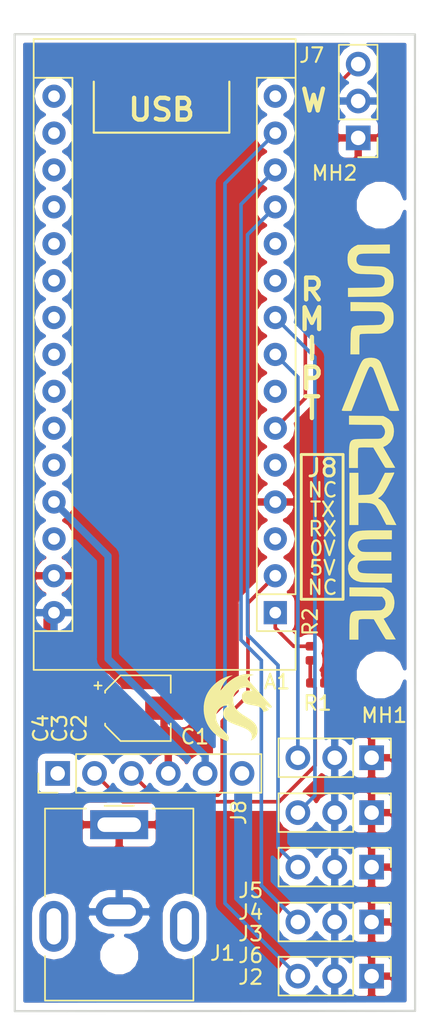
<source format=kicad_pcb>
(kicad_pcb (version 20171130) (host pcbnew "(5.0.0)")

  (general
    (thickness 1.6)
    (drawings 25)
    (tracks 59)
    (zones 0)
    (modules 19)
    (nets 33)
  )

  (page A4)
  (layers
    (0 F.Cu signal)
    (31 B.Cu signal)
    (32 B.Adhes user)
    (33 F.Adhes user)
    (34 B.Paste user)
    (35 F.Paste user)
    (36 B.SilkS user)
    (37 F.SilkS user)
    (38 B.Mask user)
    (39 F.Mask user)
    (40 Dwgs.User user)
    (41 Cmts.User user)
    (42 Eco1.User user)
    (43 Eco2.User user)
    (44 Edge.Cuts user)
    (45 Margin user)
    (46 B.CrtYd user)
    (47 F.CrtYd user)
    (48 B.Fab user)
    (49 F.Fab user hide)
  )

  (setup
    (last_trace_width 0.25)
    (trace_clearance 0.2)
    (zone_clearance 0.508)
    (zone_45_only no)
    (trace_min 0.2)
    (segment_width 0.2)
    (edge_width 0.15)
    (via_size 0.8)
    (via_drill 0.4)
    (via_min_size 0.4)
    (via_min_drill 0.3)
    (uvia_size 0.3)
    (uvia_drill 0.1)
    (uvias_allowed no)
    (uvia_min_size 0.2)
    (uvia_min_drill 0.1)
    (pcb_text_width 0.3)
    (pcb_text_size 1.5 1.5)
    (mod_edge_width 0.15)
    (mod_text_size 1 1)
    (mod_text_width 0.15)
    (pad_size 1.524 1.524)
    (pad_drill 0.762)
    (pad_to_mask_clearance 0.2)
    (aux_axis_origin 0 0)
    (visible_elements 7FFFFFFF)
    (pcbplotparams
      (layerselection 0x010fc_ffffffff)
      (usegerberextensions false)
      (usegerberattributes false)
      (usegerberadvancedattributes false)
      (creategerberjobfile false)
      (excludeedgelayer true)
      (linewidth 0.100000)
      (plotframeref false)
      (viasonmask false)
      (mode 1)
      (useauxorigin false)
      (hpglpennumber 1)
      (hpglpenspeed 20)
      (hpglpendiameter 15.000000)
      (psnegative false)
      (psa4output false)
      (plotreference true)
      (plotvalue true)
      (plotinvisibletext false)
      (padsonsilk false)
      (subtractmaskfromsilk false)
      (outputformat 1)
      (mirror false)
      (drillshape 1)
      (scaleselection 1)
      (outputdirectory ""))
  )

  (net 0 "")
  (net 1 "Net-(A1-Pad1)")
  (net 2 "Net-(A1-Pad17)")
  (net 3 /RX)
  (net 4 "Net-(A1-Pad18)")
  (net 5 "Net-(A1-Pad3)")
  (net 6 "Net-(A1-Pad19)")
  (net 7 /GND)
  (net 8 "Net-(A1-Pad20)")
  (net 9 "Net-(A1-Pad5)")
  (net 10 "Net-(A1-Pad21)")
  (net 11 /Wrist)
  (net 12 "Net-(A1-Pad22)")
  (net 13 "Net-(A1-Pad7)")
  (net 14 "Net-(A1-Pad23)")
  (net 15 /Pinky)
  (net 16 "Net-(A1-Pad24)")
  (net 17 /Ring)
  (net 18 "Net-(A1-Pad25)")
  (net 19 "Net-(A1-Pad10)")
  (net 20 "Net-(A1-Pad26)")
  (net 21 "Net-(A1-Pad11)")
  (net 22 /+5V)
  (net 23 /Middle)
  (net 24 "Net-(A1-Pad28)")
  (net 25 /Index)
  (net 26 /Thumb)
  (net 27 /VIN)
  (net 28 "Net-(A1-Pad15)")
  (net 29 "Net-(A1-Pad16)")
  (net 30 "Net-(J8-Pad1)")
  (net 31 /TX)
  (net 32 "Net-(J8-Pad6)")

  (net_class Default "This is the default net class."
    (clearance 0.2)
    (trace_width 0.25)
    (via_dia 0.8)
    (via_drill 0.4)
    (uvia_dia 0.3)
    (uvia_drill 0.1)
    (add_net /+5V)
    (add_net /GND)
    (add_net /Index)
    (add_net /Middle)
    (add_net /Pinky)
    (add_net /RX)
    (add_net /Ring)
    (add_net /TX)
    (add_net /Thumb)
    (add_net /VIN)
    (add_net /Wrist)
    (add_net "Net-(A1-Pad1)")
    (add_net "Net-(A1-Pad10)")
    (add_net "Net-(A1-Pad11)")
    (add_net "Net-(A1-Pad15)")
    (add_net "Net-(A1-Pad16)")
    (add_net "Net-(A1-Pad17)")
    (add_net "Net-(A1-Pad18)")
    (add_net "Net-(A1-Pad19)")
    (add_net "Net-(A1-Pad20)")
    (add_net "Net-(A1-Pad21)")
    (add_net "Net-(A1-Pad22)")
    (add_net "Net-(A1-Pad23)")
    (add_net "Net-(A1-Pad24)")
    (add_net "Net-(A1-Pad25)")
    (add_net "Net-(A1-Pad26)")
    (add_net "Net-(A1-Pad28)")
    (add_net "Net-(A1-Pad3)")
    (add_net "Net-(A1-Pad5)")
    (add_net "Net-(A1-Pad7)")
    (add_net "Net-(J8-Pad1)")
    (add_net "Net-(J8-Pad6)")
  )

  (module Connector_PinHeader_2.54mm:PinHeader_1x03_P2.54mm_Vertical (layer F.Cu) (tedit 59FED5CC) (tstamp 5E3B27B9)
    (at 158.645 112.9 270)
    (descr "Through hole straight pin header, 1x03, 2.54mm pitch, single row")
    (tags "Through hole pin header THT 1x03 2.54mm single row")
    (path /5E35FD80)
    (fp_text reference J6 (at 2.3075 8.325) (layer F.SilkS)
      (effects (font (size 1 1) (thickness 0.15)))
    )
    (fp_text value Pinky (at 0 7.41 270) (layer F.Fab)
      (effects (font (size 1 1) (thickness 0.15)))
    )
    (fp_line (start -0.635 -1.27) (end 1.27 -1.27) (layer F.Fab) (width 0.1))
    (fp_line (start 1.27 -1.27) (end 1.27 6.35) (layer F.Fab) (width 0.1))
    (fp_line (start 1.27 6.35) (end -1.27 6.35) (layer F.Fab) (width 0.1))
    (fp_line (start -1.27 6.35) (end -1.27 -0.635) (layer F.Fab) (width 0.1))
    (fp_line (start -1.27 -0.635) (end -0.635 -1.27) (layer F.Fab) (width 0.1))
    (fp_line (start -1.33 6.41) (end 1.33 6.41) (layer F.SilkS) (width 0.12))
    (fp_line (start -1.33 1.27) (end -1.33 6.41) (layer F.SilkS) (width 0.12))
    (fp_line (start 1.33 1.27) (end 1.33 6.41) (layer F.SilkS) (width 0.12))
    (fp_line (start -1.33 1.27) (end 1.33 1.27) (layer F.SilkS) (width 0.12))
    (fp_line (start -1.33 0) (end -1.33 -1.33) (layer F.SilkS) (width 0.12))
    (fp_line (start -1.33 -1.33) (end 0 -1.33) (layer F.SilkS) (width 0.12))
    (fp_line (start -1.8 -1.8) (end -1.8 6.85) (layer F.CrtYd) (width 0.05))
    (fp_line (start -1.8 6.85) (end 1.8 6.85) (layer F.CrtYd) (width 0.05))
    (fp_line (start 1.8 6.85) (end 1.8 -1.8) (layer F.CrtYd) (width 0.05))
    (fp_line (start 1.8 -1.8) (end -1.8 -1.8) (layer F.CrtYd) (width 0.05))
    (fp_text user %R (at 0 2.54) (layer F.Fab)
      (effects (font (size 1 1) (thickness 0.15)))
    )
    (pad 1 thru_hole rect (at 0 0 270) (size 1.7 1.7) (drill 1) (layers *.Cu *.Mask)
      (net 7 /GND))
    (pad 2 thru_hole oval (at 0 2.54 270) (size 1.7 1.7) (drill 1) (layers *.Cu *.Mask)
      (net 27 /VIN))
    (pad 3 thru_hole oval (at 0 5.08 270) (size 1.7 1.7) (drill 1) (layers *.Cu *.Mask)
      (net 15 /Pinky))
    (model ${KISYS3DMOD}/Connector_PinHeader_2.54mm.3dshapes/PinHeader_1x03_P2.54mm_Vertical.wrl
      (at (xyz 0 0 0))
      (scale (xyz 1 1 1))
      (rotate (xyz 0 0 0))
    )
  )

  (module Sparker:UoN_Small (layer F.Cu) (tedit 5DABD159) (tstamp 5E83B05C)
    (at 149.39 98.18)
    (path /5E37BEFB)
    (fp_text reference LOGO2 (at 0 0 90) (layer F.Fab) hide
      (effects (font (size 1.524 1.524) (thickness 0.3)))
    )
    (fp_text value UoNLogo (at 0.75 0) (layer F.Fab) hide
      (effects (font (size 1.524 1.524) (thickness 0.3)))
    )
    (fp_poly (pts (xy 0.91024 -2.341182) (xy 1.0414 -2.316357) (xy 1.13665 -2.293936) (xy 1.051803 -2.277927)
      (xy 0.94422 -2.247901) (xy 0.855134 -2.201421) (xy 0.782844 -2.13743) (xy 0.74537 -2.087976)
      (xy 0.732779 -2.06951) (xy 0.722512 -2.05385) (xy 0.715791 -2.039156) (xy 0.713836 -2.023587)
      (xy 0.717869 -2.005302) (xy 0.72911 -1.982461) (xy 0.74878 -1.953223) (xy 0.7781 -1.915747)
      (xy 0.818291 -1.868192) (xy 0.870574 -1.808719) (xy 0.936169 -1.735486) (xy 1.016298 -1.646652)
      (xy 1.09855 -1.555504) (xy 1.145856 -1.502928) (xy 1.205372 -1.436629) (xy 1.272406 -1.361844)
      (xy 1.342265 -1.283809) (xy 1.410256 -1.207761) (xy 1.42875 -1.187055) (xy 1.500082 -1.107211)
      (xy 1.579036 -1.018905) (xy 1.659652 -0.928799) (xy 1.735972 -0.843552) (xy 1.802036 -0.769827)
      (xy 1.808768 -0.762319) (xy 1.869753 -0.694296) (xy 1.932292 -0.624507) (xy 1.991726 -0.558152)
      (xy 2.043396 -0.500434) (xy 2.081818 -0.457477) (xy 2.172663 -0.35596) (xy 2.247266 -0.272875)
      (xy 2.30543 -0.20844) (xy 2.341482 -0.168842) (xy 2.378783 -0.128134) (xy 2.356741 -0.070417)
      (xy 2.343214 -0.037019) (xy 2.333287 -0.016179) (xy 2.330539 -0.0127) (xy 2.317875 -0.017719)
      (xy 2.288488 -0.030917) (xy 2.248572 -0.049511) (xy 2.245865 -0.05079) (xy 2.202777 -0.069926)
      (xy 2.166939 -0.083604) (xy 2.14605 -0.08889) (xy 2.14595 -0.08889) (xy 2.115829 -0.097736)
      (xy 2.08769 -0.118856) (xy 2.071281 -0.144169) (xy 2.0701 -0.151762) (xy 2.080402 -0.175048)
      (xy 2.103516 -0.186488) (xy 2.123693 -0.182424) (xy 2.132264 -0.183913) (xy 2.131094 -0.191908)
      (xy 2.114046 -0.208281) (xy 2.083629 -0.213714) (xy 2.049371 -0.208263) (xy 2.020799 -0.191985)
      (xy 2.020048 -0.191249) (xy 1.995153 -0.151405) (xy 1.99413 -0.107583) (xy 2.016249 -0.062126)
      (xy 2.060781 -0.017377) (xy 2.078111 -0.004642) (xy 2.127978 0.035809) (xy 2.153244 0.071814)
      (xy 2.154197 0.103999) (xy 2.138441 0.12667) (xy 2.111122 0.144889) (xy 2.065667 0.16709)
      (xy 2.008472 0.190662) (xy 1.945929 0.212993) (xy 1.884432 0.23147) (xy 1.877419 0.233306)
      (xy 1.80975 0.250701) (xy 1.787184 0.193793) (xy 1.767217 0.153483) (xy 1.737646 0.105077)
      (xy 1.70882 0.064371) (xy 1.663797 0.010674) (xy 1.616592 -0.034355) (xy 1.56398 -0.072088)
      (xy 1.502739 -0.103898) (xy 1.429645 -0.131158) (xy 1.341473 -0.155242) (xy 1.235001 -0.177523)
      (xy 1.107005 -0.199372) (xy 1.0795 -0.203664) (xy 0.925514 -0.229885) (xy 0.794654 -0.257998)
      (xy 0.684656 -0.289072) (xy 0.593259 -0.324179) (xy 0.518201 -0.364387) (xy 0.457219 -0.410767)
      (xy 0.408052 -0.464391) (xy 0.368438 -0.526327) (xy 0.359144 -0.544495) (xy 0.344091 -0.577305)
      (xy 0.334092 -0.606748) (xy 0.328119 -0.639393) (xy 0.32514 -0.681811) (xy 0.324125 -0.740574)
      (xy 0.32404 -0.76835) (xy 0.324485 -0.835665) (xy 0.32658 -0.883639) (xy 0.331171 -0.918318)
      (xy 0.339102 -0.945748) (xy 0.351218 -0.971977) (xy 0.352951 -0.975252) (xy 0.411622 -1.059435)
      (xy 0.486981 -1.127056) (xy 0.575604 -1.177069) (xy 0.67407 -1.208427) (xy 0.778955 -1.220083)
      (xy 0.886836 -1.210991) (xy 0.994291 -1.180103) (xy 1.006475 -1.175102) (xy 1.026207 -1.171656)
      (xy 1.029513 -1.183494) (xy 1.017754 -1.207772) (xy 0.992295 -1.241645) (xy 0.955675 -1.281103)
      (xy 0.865625 -1.353874) (xy 0.765275 -1.403439) (xy 0.654614 -1.4298) (xy 0.533633 -1.432959)
      (xy 0.40232 -1.412918) (xy 0.342617 -1.39715) (xy 0.196728 -1.342189) (xy 0.068161 -1.269351)
      (xy -0.04215 -1.18004) (xy -0.133273 -1.075659) (xy -0.204276 -0.957612) (xy -0.254224 -0.827303)
      (xy -0.282186 -0.686134) (xy -0.287228 -0.535509) (xy -0.281061 -0.458774) (xy -0.256295 -0.318129)
      (xy -0.215209 -0.187372) (xy -0.156439 -0.064619) (xy -0.078621 0.052014) (xy 0.01961 0.16441)
      (xy 0.139617 0.274453) (xy 0.282766 0.384028) (xy 0.37465 0.446611) (xy 0.402376 0.464405)
      (xy 0.446933 0.492538) (xy 0.503536 0.528009) (xy 0.567402 0.567818) (xy 0.61595 0.597948)
      (xy 0.723049 0.664884) (xy 0.811528 0.721616) (xy 0.884845 0.7705) (xy 0.946457 0.81389)
      (xy 0.999822 0.854143) (xy 1.0414 0.887748) (xy 1.157664 0.9961) (xy 1.249385 1.10744)
      (xy 1.317379 1.223355) (xy 1.362464 1.34543) (xy 1.385456 1.47525) (xy 1.388963 1.5621)
      (xy 1.37658 1.7002) (xy 1.341876 1.826287) (xy 1.28521 1.939785) (xy 1.206939 2.040122)
      (xy 1.107423 2.126721) (xy 0.99428 2.195362) (xy 0.961609 2.211363) (xy 0.939498 2.22111)
      (xy 0.934896 2.2225) (xy 0.937457 2.212211) (xy 0.949579 2.184956) (xy 0.968813 2.146149)
      (xy 0.973638 2.136826) (xy 0.995547 2.093089) (xy 1.008476 2.05936) (xy 1.014403 2.026123)
      (xy 1.015307 1.983859) (xy 1.013972 1.942831) (xy 1.001694 1.842785) (xy 0.971821 1.754714)
      (xy 0.921894 1.673499) (xy 0.849454 1.594018) (xy 0.844048 1.588921) (xy 0.79708 1.547398)
      (xy 0.74719 1.508691) (xy 0.691928 1.471601) (xy 0.628845 1.434926) (xy 0.555494 1.397465)
      (xy 0.469424 1.358018) (xy 0.368187 1.315383) (xy 0.249334 1.268359) (xy 0.110417 1.215745)
      (xy 0 1.174974) (xy -0.091272 1.140925) (xy -0.182853 1.10566) (xy -0.269372 1.071326)
      (xy -0.345454 1.040074) (xy -0.405725 1.014054) (xy -0.428759 1.003436) (xy -0.575439 0.925942)
      (xy -0.697545 0.84487) (xy -0.795755 0.759357) (xy -0.870752 0.668539) (xy -0.923214 0.571553)
      (xy -0.953822 0.467535) (xy -0.963255 0.355622) (xy -0.96236 0.325813) (xy -0.948506 0.218353)
      (xy -0.917639 0.126192) (xy -0.867692 0.044094) (xy -0.836626 0.007044) (xy -0.793799 -0.033182)
      (xy -0.742164 -0.071889) (xy -0.688206 -0.105139) (xy -0.638414 -0.128993) (xy -0.599274 -0.139515)
      (xy -0.594872 -0.1397) (xy -0.573752 -0.143788) (xy -0.573747 -0.153891) (xy -0.592321 -0.166768)
      (xy -0.625475 -0.178786) (xy -0.690035 -0.188099) (xy -0.768489 -0.186883) (xy -0.852011 -0.175968)
      (xy -0.931776 -0.156182) (xy -0.956057 -0.147739) (xy -1.081364 -0.087235) (xy -1.193183 -0.006739)
      (xy -1.289035 0.091213) (xy -1.366442 0.204084) (xy -1.422923 0.329339) (xy -1.42322 0.3302)
      (xy -1.439213 0.387098) (xy -1.449829 0.452229) (xy -1.456186 0.533078) (xy -1.457326 0.5588)
      (xy -1.45753 0.668716) (xy -1.447676 0.763734) (xy -1.42604 0.852948) (xy -1.390899 0.945454)
      (xy -1.379094 0.971695) (xy -1.34685 1.037292) (xy -1.311424 1.100097) (xy -1.270597 1.162964)
      (xy -1.222153 1.228749) (xy -1.163872 1.300304) (xy -1.093538 1.380483) (xy -1.008933 1.472142)
      (xy -0.907933 1.578036) (xy -0.816393 1.674496) (xy -0.742421 1.756503) (xy -0.684592 1.82647)
      (xy -0.641482 1.88681) (xy -0.611667 1.939936) (xy -0.593723 1.98826) (xy -0.586225 2.034197)
      (xy -0.58775 2.080159) (xy -0.592997 2.111634) (xy -0.604836 2.153718) (xy -0.621842 2.197488)
      (xy -0.640815 2.236339) (xy -0.658554 2.263669) (xy -0.67118 2.272956) (xy -0.685746 2.268401)
      (xy -0.71853 2.256372) (xy -0.764181 2.238872) (xy -0.801685 2.224138) (xy -1.023862 2.12308)
      (xy -1.232762 2.001152) (xy -1.429667 1.857485) (xy -1.615859 1.691213) (xy -1.67005 1.636554)
      (xy -1.829271 1.454736) (xy -1.965267 1.263122) (xy -2.07841 1.060933) (xy -2.169069 0.847394)
      (xy -2.237615 0.621726) (xy -2.284418 0.383153) (xy -2.291408 0.332209) (xy -2.31014 0.086853)
      (xy -2.303658 -0.156758) (xy -2.272045 -0.397674) (xy -2.215384 -0.634946) (xy -2.203814 -0.6731)
      (xy -2.126617 -0.878485) (xy -2.026308 -1.076961) (xy -1.904648 -1.266769) (xy -1.763398 -1.446148)
      (xy -1.60432 -1.613338) (xy -1.429173 -1.76658) (xy -1.239721 -1.904112) (xy -1.037722 -2.024175)
      (xy -0.824939 -2.125008) (xy -0.70485 -2.171313) (xy -0.654269 -2.18759) (xy -0.591957 -2.205159)
      (xy -0.524184 -2.222534) (xy -0.457217 -2.23823) (xy -0.397324 -2.25076) (xy -0.350771 -2.258639)
      (xy -0.32828 -2.2606) (xy -0.332497 -2.255449) (xy -0.355286 -2.24165) (xy -0.392386 -2.221683)
      (xy -0.414455 -2.210422) (xy -0.545875 -2.131549) (xy -0.672141 -2.030496) (xy -0.789789 -1.910427)
      (xy -0.895356 -1.774506) (xy -0.901465 -1.76557) (xy -0.937943 -1.708389) (xy -0.975706 -1.643224)
      (xy -1.013311 -1.573292) (xy -1.049314 -1.501807) (xy -1.082272 -1.431985) (xy -1.11074 -1.367041)
      (xy -1.133276 -1.310191) (xy -1.148434 -1.26465) (xy -1.154772 -1.233633) (xy -1.150845 -1.220357)
      (xy -1.146113 -1.22072) (xy -1.133206 -1.232105) (xy -1.108481 -1.259178) (xy -1.075757 -1.297613)
      (xy -1.046495 -1.3335) (xy -0.978127 -1.41454) (xy -0.896339 -1.504545) (xy -0.806631 -1.597963)
      (xy -0.714504 -1.689242) (xy -0.625456 -1.772829) (xy -0.544989 -1.843173) (xy -0.52705 -1.857883)
      (xy -0.340331 -1.997292) (xy -0.154864 -2.11256) (xy 0.031655 -2.204697) (xy 0.221531 -2.274711)
      (xy 0.417068 -2.323612) (xy 0.597015 -2.350121) (xy 0.749112 -2.355251) (xy 0.91024 -2.341182)) (layer F.SilkS) (width 0.01))
  )

  (module MountingHole:MountingHole_2.2mm_M2 (layer F.Cu) (tedit 56D1B4CB) (tstamp 5E77AF72)
    (at 159.23 95.89)
    (descr "Mounting Hole 2.2mm, no annular, M2")
    (tags "mounting hole 2.2mm no annular m2")
    (path /5E3793D3)
    (attr virtual)
    (fp_text reference MH1 (at 0.28 2.78) (layer F.SilkS)
      (effects (font (size 1 1) (thickness 0.15)))
    )
    (fp_text value MountingHole (at 0 3.2) (layer F.Fab)
      (effects (font (size 1 1) (thickness 0.15)))
    )
    (fp_circle (center 0 0) (end 2.45 0) (layer F.CrtYd) (width 0.05))
    (fp_circle (center 0 0) (end 2.2 0) (layer Cmts.User) (width 0.15))
    (fp_text user %R (at 0.3 0) (layer F.Fab)
      (effects (font (size 1 1) (thickness 0.15)))
    )
    (pad 1 np_thru_hole circle (at 0 0) (size 2.2 2.2) (drill 2.2) (layers *.Cu *.Mask))
  )

  (module MountingHole:MountingHole_2.2mm_M2 (layer F.Cu) (tedit 56D1B4CB) (tstamp 5E77AF6A)
    (at 159.23 63.54)
    (descr "Mounting Hole 2.2mm, no annular, M2")
    (tags "mounting hole 2.2mm no annular m2")
    (path /5E3795E4)
    (attr virtual)
    (fp_text reference MH2 (at -3.14 -2.205001) (layer F.SilkS)
      (effects (font (size 1 1) (thickness 0.15)))
    )
    (fp_text value MountingHole (at 0 3.2) (layer F.Fab)
      (effects (font (size 1 1) (thickness 0.15)))
    )
    (fp_text user %R (at 0.3 0) (layer F.Fab)
      (effects (font (size 1 1) (thickness 0.15)))
    )
    (fp_circle (center 0 0) (end 2.2 0) (layer Cmts.User) (width 0.15))
    (fp_circle (center 0 0) (end 2.45 0) (layer F.CrtYd) (width 0.05))
    (pad 1 np_thru_hole circle (at 0 0) (size 2.2 2.2) (drill 2.2) (layers *.Cu *.Mask))
  )

  (module Sparker:NASA_Vertical (layer F.Cu) (tedit 5DABD01E) (tstamp 5E77AF21)
    (at 158.58 79.84)
    (path /5E37BCED)
    (fp_text reference LOGO1 (at 0 0) (layer F.Fab) hide
      (effects (font (size 1.524 1.524) (thickness 0.3)))
    )
    (fp_text value SparkerLogo (at 0.75 0) (layer F.Fab) hide
      (effects (font (size 1.524 1.524) (thickness 0.3)))
    )
    (fp_poly (pts (xy -0.2794 10.031366) (xy 0.897467 10.041467) (xy 1.091328 10.136664) (xy 1.306109 10.275163)
      (xy 1.466833 10.45358) (xy 1.573969 10.672759) (xy 1.627984 10.933539) (xy 1.635026 11.114863)
      (xy 1.601141 11.392385) (xy 1.510948 11.640663) (xy 1.368453 11.853033) (xy 1.177665 12.022833)
      (xy 1.041508 12.10159) (xy 0.889185 12.175067) (xy 1.30513 12.886266) (xy 1.721075 13.597466)
      (xy 1.396923 13.607226) (xy 1.253452 13.608201) (xy 1.135059 13.602782) (xy 1.058396 13.592046)
      (xy 1.039963 13.584176) (xy 1.013959 13.546627) (xy 0.959031 13.459333) (xy 0.880483 13.330998)
      (xy 0.783617 13.170328) (xy 0.673736 12.986027) (xy 0.611095 12.88015) (xy 0.215036 12.208933)
      (xy -0.248517 12.199508) (xy -0.450969 12.198235) (xy -0.614166 12.20298) (xy -0.728203 12.213248)
      (xy -0.779369 12.2261) (xy -0.802303 12.241864) (xy -0.819345 12.267286) (xy -0.831365 12.311582)
      (xy -0.839234 12.383966) (xy -0.843823 12.493652) (xy -0.846003 12.649854) (xy -0.846644 12.861787)
      (xy -0.846667 12.938258) (xy -0.846667 13.6144) (xy -1.456267 13.6144) (xy -1.456267 12.907822)
      (xy -1.454252 12.591206) (xy -1.446873 12.335191) (xy -1.432127 12.13273) (xy -1.408011 11.976774)
      (xy -1.372522 11.860275) (xy -1.323657 11.776185) (xy -1.259414 11.717456) (xy -1.177789 11.677038)
      (xy -1.099818 11.653452) (xy -1.017837 11.641719) (xy -0.877454 11.631775) (xy -0.687987 11.623978)
      (xy -0.458752 11.618686) (xy -0.199066 11.616258) (xy -0.128937 11.61614) (xy 0.130881 11.615728)
      (xy 0.331998 11.614154) (xy 0.483442 11.610776) (xy 0.594244 11.604952) (xy 0.673435 11.59604)
      (xy 0.730042 11.583398) (xy 0.773097 11.566384) (xy 0.802689 11.549904) (xy 0.924761 11.438884)
      (xy 1.00061 11.293105) (xy 1.028138 11.129196) (xy 1.005248 10.963786) (xy 0.929843 10.813504)
      (xy 0.900107 10.777569) (xy 0.784214 10.651067) (xy -0.336026 10.641285) (xy -1.456267 10.631504)
      (xy -1.456267 10.021266) (xy -0.2794 10.031366)) (layer F.SilkS) (width 0.01))
    (fp_poly (pts (xy 1.456266 6.7056) (xy 0.448733 6.705652) (xy 0.133121 6.706221) (xy -0.122059 6.708776)
      (xy -0.324104 6.714644) (xy -0.48031 6.72515) (xy -0.597976 6.741622) (xy -0.684399 6.765386)
      (xy -0.746876 6.797769) (xy -0.792705 6.840097) (xy -0.829182 6.893697) (xy -0.855081 6.942667)
      (xy -0.909687 7.11354) (xy -0.899 7.271385) (xy -0.824382 7.410738) (xy -0.714165 7.508917)
      (xy -0.679813 7.530919) (xy -0.644148 7.548287) (xy -0.599185 7.561568) (xy -0.536938 7.571312)
      (xy -0.44942 7.578064) (xy -0.328644 7.582374) (xy -0.166625 7.584789) (xy 0.044623 7.585857)
      (xy 0.313087 7.586126) (xy 0.411408 7.586133) (xy 1.4224 7.586133) (xy 1.4224 8.161867)
      (xy 0.419985 8.161867) (xy 0.104685 8.162493) (xy -0.150131 8.165148) (xy -0.351708 8.170991)
      (xy -0.50729 8.181187) (xy -0.624123 8.196895) (xy -0.709449 8.219278) (xy -0.770515 8.249498)
      (xy -0.814563 8.288716) (xy -0.84884 8.338094) (xy -0.865092 8.367951) (xy -0.905773 8.505003)
      (xy -0.909516 8.664128) (xy -0.876472 8.810722) (xy -0.863027 8.840308) (xy -0.830346 8.89822)
      (xy -0.793578 8.944946) (xy -0.745449 8.981778) (xy -0.678688 9.010006) (xy -0.58602 9.03092)
      (xy -0.460173 9.04581) (xy -0.293875 9.055968) (xy -0.079852 9.062682) (xy 0.189168 9.067245)
      (xy 0.4318 9.070034) (xy 1.456266 9.080735) (xy 1.456266 9.685867) (xy 0.465667 9.681907)
      (xy 0.203332 9.679862) (xy -0.045602 9.676051) (xy -0.270598 9.670779) (xy -0.461117 9.664353)
      (xy -0.606621 9.657076) (xy -0.696572 9.649255) (xy -0.704901 9.648007) (xy -0.966459 9.577641)
      (xy -1.185702 9.462764) (xy -1.357301 9.307492) (xy -1.475926 9.115942) (xy -1.50804 9.027786)
      (xy -1.557244 8.763127) (xy -1.543555 8.516307) (xy -1.468451 8.292134) (xy -1.333406 8.095412)
      (xy -1.17958 7.958392) (xy -1.045338 7.861148) (xy -1.144175 7.810037) (xy -1.306792 7.690277)
      (xy -1.428024 7.528346) (xy -1.507056 7.336318) (xy -1.54307 7.126262) (xy -1.535248 6.910251)
      (xy -1.482775 6.700356) (xy -1.384834 6.508648) (xy -1.243039 6.349274) (xy -1.162113 6.284543)
      (xy -1.080319 6.231765) (xy -0.989917 6.189743) (xy -0.88317 6.157278) (xy -0.752337 6.133172)
      (xy -0.589679 6.116227) (xy -0.387457 6.105245) (xy -0.137933 6.099028) (xy 0.166634 6.096378)
      (xy 0.393034 6.096) (xy 1.456266 6.096) (xy 1.456266 6.7056)) (layer F.SilkS) (width 0.01))
    (fp_poly (pts (xy 1.618614 2.125811) (xy 1.610765 2.165836) (xy 1.58336 2.236868) (xy 1.533668 2.345755)
      (xy 1.45896 2.499342) (xy 1.356505 2.704478) (xy 1.325724 2.765635) (xy 1.173237 3.060496)
      (xy 1.040933 3.298198) (xy 0.924651 3.484787) (xy 0.82023 3.626311) (xy 0.723508 3.728816)
      (xy 0.630325 3.798351) (xy 0.605722 3.812005) (xy 0.527294 3.864176) (xy 0.5155 3.905538)
      (xy 0.570224 3.936783) (xy 0.5842 3.940649) (xy 0.681311 3.987439) (xy 0.797156 4.075686)
      (xy 0.913859 4.189861) (xy 1.012152 4.312407) (xy 1.057368 4.38559) (xy 1.126932 4.507524)
      (xy 1.214471 4.666593) (xy 1.313609 4.851182) (xy 1.417972 5.049677) (xy 1.438882 5.089966)
      (xy 1.768181 5.725915) (xy 1.422197 5.716224) (xy 1.076214 5.706533) (xy 0.758657 5.096933)
      (xy 0.635157 4.866015) (xy 0.523953 4.670234) (xy 0.429533 4.517032) (xy 0.356388 4.413852)
      (xy 0.326798 4.381069) (xy 0.225245 4.307519) (xy 0.096089 4.254905) (xy -0.071006 4.220937)
      (xy -0.286376 4.203324) (xy -0.492734 4.199467) (xy -0.846667 4.199467) (xy -0.846667 5.723467)
      (xy -1.456267 5.723467) (xy -1.456267 2.1336) (xy -0.846667 2.1336) (xy -0.846667 3.66659)
      (xy -0.414867 3.650738) (xy -0.229141 3.642899) (xy -0.079131 3.63015) (xy 0.042929 3.605937)
      (xy 0.144809 3.563705) (xy 0.234277 3.496902) (xy 0.319101 3.398972) (xy 0.407049 3.263361)
      (xy 0.50589 3.083517) (xy 0.623392 2.852883) (xy 0.690906 2.7178) (xy 0.98251 2.1336)
      (xy 1.244788 2.133137) (xy 1.382374 2.130211) (xy 1.502266 2.122921) (xy 1.580896 2.112765)
      (xy 1.586561 2.111393) (xy 1.609636 2.109946) (xy 1.618614 2.125811)) (layer F.SilkS) (width 0.01))
    (fp_poly (pts (xy -0.313267 -1.7881) (xy 0.8636 -1.778) (xy 1.057461 -1.682803) (xy 1.272242 -1.544304)
      (xy 1.432967 -1.365886) (xy 1.540103 -1.146708) (xy 1.594117 -0.885928) (xy 1.601159 -0.704603)
      (xy 1.567275 -0.427082) (xy 1.477081 -0.178804) (xy 1.334587 0.033566) (xy 1.143799 0.203367)
      (xy 1.007642 0.282124) (xy 0.855318 0.3556) (xy 1.687208 1.778) (xy 1.363056 1.787759)
      (xy 1.219585 1.788734) (xy 1.101193 1.783316) (xy 1.02453 1.77258) (xy 1.006096 1.76471)
      (xy 0.980092 1.72716) (xy 0.925165 1.639866) (xy 0.846616 1.511531) (xy 0.74975 1.350861)
      (xy 0.639869 1.16656) (xy 0.577229 1.060684) (xy 0.18117 0.389466) (xy -0.282384 0.380041)
      (xy -0.484836 0.378768) (xy -0.648033 0.383513) (xy -0.762069 0.393781) (xy -0.813236 0.406633)
      (xy -0.83617 0.422397) (xy -0.853211 0.44782) (xy -0.865231 0.492116) (xy -0.873101 0.5645)
      (xy -0.87769 0.674185) (xy -0.87987 0.830387) (xy -0.880511 1.04232) (xy -0.880533 1.118791)
      (xy -0.880533 1.794933) (xy -1.490133 1.794933) (xy -1.490133 1.088356) (xy -1.488119 0.771739)
      (xy -1.48074 0.515725) (xy -1.465994 0.313263) (xy -1.441878 0.157307) (xy -1.406389 0.040808)
      (xy -1.357524 -0.043282) (xy -1.29328 -0.102011) (xy -1.211655 -0.142428) (xy -1.133685 -0.166014)
      (xy -1.051704 -0.177747) (xy -0.911321 -0.187692) (xy -0.721854 -0.195488) (xy -0.492619 -0.20078)
      (xy -0.232933 -0.203209) (xy -0.162803 -0.203327) (xy 0.097015 -0.203739) (xy 0.298131 -0.205313)
      (xy 0.449575 -0.208691) (xy 0.560378 -0.214515) (xy 0.639568 -0.223427) (xy 0.696176 -0.236069)
      (xy 0.739231 -0.253083) (xy 0.768822 -0.269562) (xy 0.890894 -0.380582) (xy 0.966743 -0.526361)
      (xy 0.994271 -0.69027) (xy 0.971381 -0.85568) (xy 0.895976 -1.005963) (xy 0.86624 -1.041898)
      (xy 0.750347 -1.1684) (xy -0.369893 -1.178182) (xy -1.490133 -1.187963) (xy -1.490133 -1.798201)
      (xy -0.313267 -1.7881)) (layer F.SilkS) (width 0.01))
    (fp_poly (pts (xy 0.251803 -5.767862) (xy 0.400596 -5.723187) (xy 0.556541 -5.629572) (xy 0.668433 -5.502854)
      (xy 0.730157 -5.385631) (xy 0.753772 -5.327861) (xy 0.797437 -5.217067) (xy 0.858366 -5.060544)
      (xy 0.933774 -4.865588) (xy 1.020874 -4.639495) (xy 1.116883 -4.38956) (xy 1.219013 -4.123078)
      (xy 1.32448 -3.847345) (xy 1.430498 -3.569658) (xy 1.534281 -3.29731) (xy 1.633044 -3.037599)
      (xy 1.724002 -2.797819) (xy 1.804368 -2.585266) (xy 1.871358 -2.407235) (xy 1.922185 -2.271023)
      (xy 1.954065 -2.183925) (xy 1.964266 -2.153385) (xy 1.932805 -2.145039) (xy 1.84803 -2.138433)
      (xy 1.724354 -2.134417) (xy 1.629223 -2.1336) (xy 1.472665 -2.135148) (xy 1.370951 -2.141211)
      (xy 1.311234 -2.153914) (xy 1.280668 -2.175385) (xy 1.271166 -2.192867) (xy 1.254653 -2.236358)
      (xy 1.216891 -2.336372) (xy 1.160468 -2.486034) (xy 1.087974 -2.678465) (xy 1.002 -2.906792)
      (xy 0.905136 -3.164137) (xy 0.799972 -3.443624) (xy 0.738587 -3.6068) (xy 0.629027 -3.897299)
      (xy 0.525331 -4.170783) (xy 0.430234 -4.420149) (xy 0.34647 -4.638293) (xy 0.276772 -4.818111)
      (xy 0.223874 -4.952499) (xy 0.19051 -5.034352) (xy 0.181629 -5.05411) (xy 0.119363 -5.128644)
      (xy 0.047103 -5.168621) (xy 0.015842 -5.177062) (xy -0.01182 -5.182637) (xy -0.037892 -5.181118)
      (xy -0.064383 -5.168279) (xy -0.093302 -5.139893) (xy -0.126656 -5.091735) (xy -0.166456 -5.019577)
      (xy -0.21471 -4.919192) (xy -0.273426 -4.786354) (xy -0.344614 -4.616837) (xy -0.430282 -4.406414)
      (xy -0.532439 -4.150858) (xy -0.653095 -3.845943) (xy -0.794257 -3.487441) (xy -0.957934 -3.071128)
      (xy -0.996991 -2.9718) (xy -1.326621 -2.1336) (xy -1.666001 -2.1336) (xy -1.821162 -2.13492)
      (xy -1.919421 -2.140048) (xy -1.971581 -2.150735) (xy -1.988441 -2.168731) (xy -1.985505 -2.185395)
      (xy -1.969443 -2.226107) (xy -1.930758 -2.323639) (xy -1.871876 -2.471881) (xy -1.795228 -2.664723)
      (xy -1.703243 -2.896056) (xy -1.59835 -3.159771) (xy -1.482977 -3.449756) (xy -1.359555 -3.759904)
      (xy -1.318108 -3.864039) (xy -1.16578 -4.246208) (xy -1.035637 -4.570419) (xy -0.924999 -4.841717)
      (xy -0.831181 -5.065147) (xy -0.751504 -5.245754) (xy -0.683283 -5.388582) (xy -0.623838 -5.498677)
      (xy -0.570487 -5.581085) (xy -0.520546 -5.640848) (xy -0.471334 -5.683014) (xy -0.42017 -5.712627)
      (xy -0.36437 -5.734731) (xy -0.31538 -5.750163) (xy -0.136783 -5.78361) (xy 0.061609 -5.789158)
      (xy 0.251803 -5.767862)) (layer F.SilkS) (width 0.01))
    (fp_poly (pts (xy -0.2794 -9.611383) (xy 0.829733 -9.6012) (xy 1.016206 -9.513722) (xy 1.240793 -9.375352)
      (xy 1.41325 -9.196608) (xy 1.504081 -9.04278) (xy 1.539462 -8.951274) (xy 1.561156 -8.850171)
      (xy 1.571991 -8.719825) (xy 1.5748 -8.551333) (xy 1.572773 -8.387211) (xy 1.564145 -8.269407)
      (xy 1.5451 -8.176564) (xy 1.511819 -8.087323) (xy 1.479602 -8.018806) (xy 1.337253 -7.803475)
      (xy 1.146396 -7.633477) (xy 0.924283 -7.518671) (xy 0.854628 -7.495201) (xy 0.781327 -7.477766)
      (xy 0.693179 -7.465497) (xy 0.578982 -7.457524) (xy 0.427535 -7.452981) (xy 0.227634 -7.450997)
      (xy 0.047303 -7.450667) (xy -0.192847 -7.448943) (xy -0.397578 -7.444029) (xy -0.558554 -7.436308)
      (xy -0.667442 -7.426164) (xy -0.713427 -7.415609) (xy -0.735771 -7.399762) (xy -0.752376 -7.373387)
      (xy -0.764087 -7.327295) (xy -0.77175 -7.252297) (xy -0.776213 -7.139203) (xy -0.77832 -6.978825)
      (xy -0.77892 -6.761974) (xy -0.778933 -6.704409) (xy -0.778933 -6.028267) (xy -1.392826 -6.028267)
      (xy -1.382213 -6.86806) (xy -1.379031 -7.169842) (xy -1.373474 -7.413009) (xy -1.358895 -7.604008)
      (xy -1.328643 -7.749288) (xy -1.27607 -7.855297) (xy -1.194528 -7.928484) (xy -1.077367 -7.975298)
      (xy -0.917939 -8.002186) (xy -0.709595 -8.015597) (xy -0.445685 -8.021979) (xy -0.187867 -8.0264)
      (xy 0.084195 -8.032068) (xy 0.296891 -8.037829) (xy 0.458589 -8.044356) (xy 0.577653 -8.052322)
      (xy 0.662449 -8.062398) (xy 0.721343 -8.075258) (xy 0.762701 -8.091575) (xy 0.784482 -8.104583)
      (xy 0.893194 -8.215599) (xy 0.95809 -8.359915) (xy 0.979413 -8.520641) (xy 0.957403 -8.680887)
      (xy 0.892305 -8.823766) (xy 0.784359 -8.932386) (xy 0.772504 -8.939932) (xy 0.737309 -8.959372)
      (xy 0.697411 -8.97474) (xy 0.644885 -8.986513) (xy 0.571806 -8.995169) (xy 0.470249 -9.001186)
      (xy 0.332289 -9.005041) (xy 0.150002 -9.007212) (xy -0.084537 -9.008175) (xy -0.364067 -9.008407)
      (xy -1.388533 -9.008533) (xy -1.388533 -9.621565) (xy -0.2794 -9.611383)) (layer F.SilkS) (width 0.01))
    (fp_poly (pts (xy 1.3208 -12.970933) (xy 0.313267 -12.970434) (xy 0.00955 -12.969944) (xy -0.234086 -12.968096)
      (xy -0.425293 -12.963823) (xy -0.571723 -12.956059) (xy -0.681027 -12.943738) (xy -0.760858 -12.925792)
      (xy -0.818868 -12.901156) (xy -0.862708 -12.868763) (xy -0.90003 -12.827547) (xy -0.922424 -12.79821)
      (xy -0.973175 -12.682112) (xy -0.988606 -12.538058) (xy -0.968702 -12.395894) (xy -0.922643 -12.29699)
      (xy -0.876669 -12.240802) (xy -0.825914 -12.196893) (xy -0.761488 -12.163468) (xy -0.674503 -12.138731)
      (xy -0.556073 -12.120887) (xy -0.397308 -12.108141) (xy -0.18932 -12.098698) (xy 0.076778 -12.090763)
      (xy 0.1016 -12.090121) (xy 0.354304 -12.083049) (xy 0.549376 -12.075822) (xy 0.696911 -12.067446)
      (xy 0.807005 -12.056925) (xy 0.889754 -12.043265) (xy 0.955253 -12.025472) (xy 1.013597 -12.002549)
      (xy 1.020145 -11.999612) (xy 1.211327 -11.887002) (xy 1.372393 -11.741531) (xy 1.487357 -11.578708)
      (xy 1.513554 -11.52098) (xy 1.554692 -11.362381) (xy 1.575603 -11.168168) (xy 1.576541 -10.961623)
      (xy 1.557757 -10.766029) (xy 1.519504 -10.604669) (xy 1.503177 -10.564034) (xy 1.375191 -10.364978)
      (xy 1.196378 -10.200747) (xy 0.986225 -10.085881) (xy 0.93252 -10.065615) (xy 0.878669 -10.049204)
      (xy 0.816899 -10.036148) (xy 0.739438 -10.025946) (xy 0.638511 -10.018096) (xy 0.506348 -10.012097)
      (xy 0.335175 -10.007448) (xy 0.117219 -10.003649) (xy -0.155291 -10.000198) (xy -0.381 -9.997738)
      (xy -1.557867 -9.985306) (xy -1.557867 -10.596835) (xy -0.448734 -10.607018) (xy -0.121983 -10.610391)
      (xy 0.144035 -10.614709) (xy 0.35632 -10.621168) (xy 0.521873 -10.630965) (xy 0.647694 -10.645297)
      (xy 0.740784 -10.66536) (xy 0.808142 -10.692353) (xy 0.856768 -10.727471) (xy 0.893663 -10.771911)
      (xy 0.925827 -10.82687) (xy 0.93453 -10.843515) (xy 0.97038 -10.964857) (xy 0.974536 -11.107576)
      (xy 0.949222 -11.243923) (xy 0.896659 -11.346153) (xy 0.894018 -11.349144) (xy 0.841163 -11.40261)
      (xy 0.78494 -11.444305) (xy 0.71614 -11.47599) (xy 0.625555 -11.49942) (xy 0.503973 -11.516356)
      (xy 0.342186 -11.528555) (xy 0.130983 -11.537774) (xy -0.135467 -11.545684) (xy -0.382323 -11.552455)
      (xy -0.571879 -11.558853) (xy -0.714547 -11.566135) (xy -0.820741 -11.575555) (xy -0.900875 -11.588369)
      (xy -0.965362 -11.605832) (xy -1.024614 -11.629199) (xy -1.089045 -11.659727) (xy -1.091509 -11.660934)
      (xy -1.297872 -11.795029) (xy -1.448671 -11.967656) (xy -1.541906 -12.172747) (xy -1.573249 -12.330169)
      (xy -1.588624 -12.520808) (xy -1.587494 -12.715882) (xy -1.56932 -12.886607) (xy -1.556322 -12.944678)
      (xy -1.470288 -13.134377) (xy -1.328463 -13.303806) (xy -1.142411 -13.439834) (xy -1.100663 -13.462)
      (xy -0.897467 -13.5636) (xy 0.211667 -13.573783) (xy 1.3208 -13.583965) (xy 1.3208 -12.970933)) (layer F.SilkS) (width 0.01))
  )

  (module Module:Arduino_Nano (layer F.Cu) (tedit 58ACAF70) (tstamp 5E3B26D4)
    (at 152.01 91.6 180)
    (descr "Arduino Nano, http://www.mouser.com/pdfdocs/Gravitech_Arduino_Nano3_0.pdf")
    (tags "Arduino Nano")
    (path /5E35E736)
    (fp_text reference A1 (at -0.12 -4.76 180) (layer F.SilkS)
      (effects (font (size 1 1) (thickness 0.15)))
    )
    (fp_text value Arduino_Nano_v3.x (at 8.89 19.05 270) (layer F.Fab)
      (effects (font (size 1 1) (thickness 0.15)))
    )
    (fp_text user %R (at 6.35 19.05 270) (layer F.Fab)
      (effects (font (size 1 1) (thickness 0.15)))
    )
    (fp_line (start 1.27 1.27) (end 1.27 -1.27) (layer F.SilkS) (width 0.12))
    (fp_line (start 1.27 -1.27) (end -1.4 -1.27) (layer F.SilkS) (width 0.12))
    (fp_line (start -1.4 1.27) (end -1.4 39.5) (layer F.SilkS) (width 0.12))
    (fp_line (start -1.4 -3.94) (end -1.4 -1.27) (layer F.SilkS) (width 0.12))
    (fp_line (start 13.97 -1.27) (end 16.64 -1.27) (layer F.SilkS) (width 0.12))
    (fp_line (start 13.97 -1.27) (end 13.97 36.83) (layer F.SilkS) (width 0.12))
    (fp_line (start 13.97 36.83) (end 16.64 36.83) (layer F.SilkS) (width 0.12))
    (fp_line (start 1.27 1.27) (end -1.4 1.27) (layer F.SilkS) (width 0.12))
    (fp_line (start 1.27 1.27) (end 1.27 36.83) (layer F.SilkS) (width 0.12))
    (fp_line (start 1.27 36.83) (end -1.4 36.83) (layer F.SilkS) (width 0.12))
    (fp_line (start 3.81 31.75) (end 11.43 31.75) (layer F.Fab) (width 0.1))
    (fp_line (start 11.43 31.75) (end 11.43 41.91) (layer F.Fab) (width 0.1))
    (fp_line (start 11.43 41.91) (end 3.81 41.91) (layer F.Fab) (width 0.1))
    (fp_line (start 3.81 41.91) (end 3.81 31.75) (layer F.Fab) (width 0.1))
    (fp_line (start -1.4 39.5) (end 16.64 39.5) (layer F.SilkS) (width 0.12))
    (fp_line (start 16.64 39.5) (end 16.64 -3.94) (layer F.SilkS) (width 0.12))
    (fp_line (start 16.64 -3.94) (end -1.4 -3.94) (layer F.SilkS) (width 0.12))
    (fp_line (start 16.51 39.37) (end -1.27 39.37) (layer F.Fab) (width 0.1))
    (fp_line (start -1.27 39.37) (end -1.27 -2.54) (layer F.Fab) (width 0.1))
    (fp_line (start -1.27 -2.54) (end 0 -3.81) (layer F.Fab) (width 0.1))
    (fp_line (start 0 -3.81) (end 16.51 -3.81) (layer F.Fab) (width 0.1))
    (fp_line (start 16.51 -3.81) (end 16.51 39.37) (layer F.Fab) (width 0.1))
    (fp_line (start -1.53 -4.06) (end 16.75 -4.06) (layer F.CrtYd) (width 0.05))
    (fp_line (start -1.53 -4.06) (end -1.53 42.16) (layer F.CrtYd) (width 0.05))
    (fp_line (start 16.75 42.16) (end 16.75 -4.06) (layer F.CrtYd) (width 0.05))
    (fp_line (start 16.75 42.16) (end -1.53 42.16) (layer F.CrtYd) (width 0.05))
    (pad 1 thru_hole rect (at 0 0 180) (size 1.6 1.6) (drill 0.8) (layers *.Cu *.Mask)
      (net 1 "Net-(A1-Pad1)"))
    (pad 17 thru_hole oval (at 15.24 33.02 180) (size 1.6 1.6) (drill 0.8) (layers *.Cu *.Mask)
      (net 2 "Net-(A1-Pad17)"))
    (pad 2 thru_hole oval (at 0 2.54 180) (size 1.6 1.6) (drill 0.8) (layers *.Cu *.Mask)
      (net 3 /RX))
    (pad 18 thru_hole oval (at 15.24 30.48 180) (size 1.6 1.6) (drill 0.8) (layers *.Cu *.Mask)
      (net 4 "Net-(A1-Pad18)"))
    (pad 3 thru_hole oval (at 0 5.08 180) (size 1.6 1.6) (drill 0.8) (layers *.Cu *.Mask)
      (net 5 "Net-(A1-Pad3)"))
    (pad 19 thru_hole oval (at 15.24 27.94 180) (size 1.6 1.6) (drill 0.8) (layers *.Cu *.Mask)
      (net 6 "Net-(A1-Pad19)"))
    (pad 4 thru_hole oval (at 0 7.62 180) (size 1.6 1.6) (drill 0.8) (layers *.Cu *.Mask)
      (net 7 /GND))
    (pad 20 thru_hole oval (at 15.24 25.4 180) (size 1.6 1.6) (drill 0.8) (layers *.Cu *.Mask)
      (net 8 "Net-(A1-Pad20)"))
    (pad 5 thru_hole oval (at 0 10.16 180) (size 1.6 1.6) (drill 0.8) (layers *.Cu *.Mask)
      (net 9 "Net-(A1-Pad5)"))
    (pad 21 thru_hole oval (at 15.24 22.86 180) (size 1.6 1.6) (drill 0.8) (layers *.Cu *.Mask)
      (net 10 "Net-(A1-Pad21)"))
    (pad 6 thru_hole oval (at 0 12.7 180) (size 1.6 1.6) (drill 0.8) (layers *.Cu *.Mask)
      (net 11 /Wrist))
    (pad 22 thru_hole oval (at 15.24 20.32 180) (size 1.6 1.6) (drill 0.8) (layers *.Cu *.Mask)
      (net 12 "Net-(A1-Pad22)"))
    (pad 7 thru_hole oval (at 0 15.24 180) (size 1.6 1.6) (drill 0.8) (layers *.Cu *.Mask)
      (net 13 "Net-(A1-Pad7)"))
    (pad 23 thru_hole oval (at 15.24 17.78 180) (size 1.6 1.6) (drill 0.8) (layers *.Cu *.Mask)
      (net 14 "Net-(A1-Pad23)"))
    (pad 8 thru_hole oval (at 0 17.78 180) (size 1.6 1.6) (drill 0.8) (layers *.Cu *.Mask)
      (net 17 /Ring))
    (pad 24 thru_hole oval (at 15.24 15.24 180) (size 1.6 1.6) (drill 0.8) (layers *.Cu *.Mask)
      (net 16 "Net-(A1-Pad24)"))
    (pad 9 thru_hole oval (at 0 20.32 180) (size 1.6 1.6) (drill 0.8) (layers *.Cu *.Mask)
      (net 23 /Middle))
    (pad 25 thru_hole oval (at 15.24 12.7 180) (size 1.6 1.6) (drill 0.8) (layers *.Cu *.Mask)
      (net 18 "Net-(A1-Pad25)"))
    (pad 10 thru_hole oval (at 0 22.86 180) (size 1.6 1.6) (drill 0.8) (layers *.Cu *.Mask)
      (net 19 "Net-(A1-Pad10)"))
    (pad 26 thru_hole oval (at 15.24 10.16 180) (size 1.6 1.6) (drill 0.8) (layers *.Cu *.Mask)
      (net 20 "Net-(A1-Pad26)"))
    (pad 11 thru_hole oval (at 0 25.4 180) (size 1.6 1.6) (drill 0.8) (layers *.Cu *.Mask)
      (net 21 "Net-(A1-Pad11)"))
    (pad 27 thru_hole oval (at 15.24 7.62 180) (size 1.6 1.6) (drill 0.8) (layers *.Cu *.Mask)
      (net 22 /+5V))
    (pad 12 thru_hole oval (at 0 27.94 180) (size 1.6 1.6) (drill 0.8) (layers *.Cu *.Mask)
      (net 25 /Index))
    (pad 28 thru_hole oval (at 15.24 5.08 180) (size 1.6 1.6) (drill 0.8) (layers *.Cu *.Mask)
      (net 24 "Net-(A1-Pad28)"))
    (pad 13 thru_hole oval (at 0 30.48 180) (size 1.6 1.6) (drill 0.8) (layers *.Cu *.Mask)
      (net 15 /Pinky))
    (pad 29 thru_hole oval (at 15.24 2.54 180) (size 1.6 1.6) (drill 0.8) (layers *.Cu *.Mask)
      (net 7 /GND))
    (pad 14 thru_hole oval (at 0 33.02 180) (size 1.6 1.6) (drill 0.8) (layers *.Cu *.Mask)
      (net 26 /Thumb))
    (pad 30 thru_hole oval (at 15.24 0 180) (size 1.6 1.6) (drill 0.8) (layers *.Cu *.Mask)
      (net 27 /VIN))
    (pad 15 thru_hole oval (at 0 35.56 180) (size 1.6 1.6) (drill 0.8) (layers *.Cu *.Mask)
      (net 28 "Net-(A1-Pad15)"))
    (pad 16 thru_hole oval (at 15.24 35.56 180) (size 1.6 1.6) (drill 0.8) (layers *.Cu *.Mask)
      (net 29 "Net-(A1-Pad16)"))
    (model ${KISYS3DMOD}/Module.3dshapes/Arduino_Nano_WithMountingHoles.wrl
      (at (xyz 0 0 0))
      (scale (xyz 1 1 1))
      (rotate (xyz 0 0 0))
    )
  )

  (module Capacitor_SMD:CP_Elec_4x4.5 (layer F.Cu) (tedit 5A841F9D) (tstamp 5E3B26FC)
    (at 142.55 98.18)
    (descr "SMT capacitor, aluminium electrolytic, 4x4.5, Nichicon ")
    (tags "Capacitor Electrolytic")
    (path /5E37812A)
    (attr smd)
    (fp_text reference C1 (at 3.92 1.97) (layer F.SilkS)
      (effects (font (size 1 1) (thickness 0.15)))
    )
    (fp_text value 100u (at 0 3.2) (layer F.Fab)
      (effects (font (size 1 1) (thickness 0.15)))
    )
    (fp_circle (center 0 0) (end 2 0) (layer F.Fab) (width 0.1))
    (fp_line (start 2.15 -2.15) (end 2.15 2.15) (layer F.Fab) (width 0.1))
    (fp_line (start -1.15 -2.15) (end 2.15 -2.15) (layer F.Fab) (width 0.1))
    (fp_line (start -1.15 2.15) (end 2.15 2.15) (layer F.Fab) (width 0.1))
    (fp_line (start -2.15 -1.15) (end -2.15 1.15) (layer F.Fab) (width 0.1))
    (fp_line (start -2.15 -1.15) (end -1.15 -2.15) (layer F.Fab) (width 0.1))
    (fp_line (start -2.15 1.15) (end -1.15 2.15) (layer F.Fab) (width 0.1))
    (fp_line (start -1.574773 -1) (end -1.174773 -1) (layer F.Fab) (width 0.1))
    (fp_line (start -1.374773 -1.2) (end -1.374773 -0.8) (layer F.Fab) (width 0.1))
    (fp_line (start 2.26 2.26) (end 2.26 1.06) (layer F.SilkS) (width 0.12))
    (fp_line (start 2.26 -2.26) (end 2.26 -1.06) (layer F.SilkS) (width 0.12))
    (fp_line (start -1.195563 -2.26) (end 2.26 -2.26) (layer F.SilkS) (width 0.12))
    (fp_line (start -1.195563 2.26) (end 2.26 2.26) (layer F.SilkS) (width 0.12))
    (fp_line (start -2.26 1.195563) (end -2.26 1.06) (layer F.SilkS) (width 0.12))
    (fp_line (start -2.26 -1.195563) (end -2.26 -1.06) (layer F.SilkS) (width 0.12))
    (fp_line (start -2.26 -1.195563) (end -1.195563 -2.26) (layer F.SilkS) (width 0.12))
    (fp_line (start -2.26 1.195563) (end -1.195563 2.26) (layer F.SilkS) (width 0.12))
    (fp_line (start -3 -1.56) (end -2.5 -1.56) (layer F.SilkS) (width 0.12))
    (fp_line (start -2.75 -1.81) (end -2.75 -1.31) (layer F.SilkS) (width 0.12))
    (fp_line (start 2.4 -2.4) (end 2.4 -1.05) (layer F.CrtYd) (width 0.05))
    (fp_line (start 2.4 -1.05) (end 3.35 -1.05) (layer F.CrtYd) (width 0.05))
    (fp_line (start 3.35 -1.05) (end 3.35 1.05) (layer F.CrtYd) (width 0.05))
    (fp_line (start 3.35 1.05) (end 2.4 1.05) (layer F.CrtYd) (width 0.05))
    (fp_line (start 2.4 1.05) (end 2.4 2.4) (layer F.CrtYd) (width 0.05))
    (fp_line (start -1.25 2.4) (end 2.4 2.4) (layer F.CrtYd) (width 0.05))
    (fp_line (start -1.25 -2.4) (end 2.4 -2.4) (layer F.CrtYd) (width 0.05))
    (fp_line (start -2.4 1.25) (end -1.25 2.4) (layer F.CrtYd) (width 0.05))
    (fp_line (start -2.4 -1.25) (end -1.25 -2.4) (layer F.CrtYd) (width 0.05))
    (fp_line (start -2.4 -1.25) (end -2.4 -1.05) (layer F.CrtYd) (width 0.05))
    (fp_line (start -2.4 1.05) (end -2.4 1.25) (layer F.CrtYd) (width 0.05))
    (fp_line (start -2.4 -1.05) (end -3.35 -1.05) (layer F.CrtYd) (width 0.05))
    (fp_line (start -3.35 -1.05) (end -3.35 1.05) (layer F.CrtYd) (width 0.05))
    (fp_line (start -3.35 1.05) (end -2.4 1.05) (layer F.CrtYd) (width 0.05))
    (fp_text user %R (at 0 0) (layer F.Fab)
      (effects (font (size 0.8 0.8) (thickness 0.12)))
    )
    (pad 1 smd rect (at -1.8 0) (size 2.6 1.6) (layers F.Cu F.Paste F.Mask)
      (net 27 /VIN))
    (pad 2 smd rect (at 1.8 0) (size 2.6 1.6) (layers F.Cu F.Paste F.Mask)
      (net 7 /GND))
    (model ${KISYS3DMOD}/Capacitor_SMD.3dshapes/CP_Elec_4x4.5.wrl
      (at (xyz 0 0 0))
      (scale (xyz 1 1 1))
      (rotate (xyz 0 0 0))
    )
  )

  (module Capacitor_SMD:C_0402_1005Metric (layer F.Cu) (tedit 5B301BBE) (tstamp 5E3B270B)
    (at 138.48 96.92 90)
    (descr "Capacitor SMD 0402 (1005 Metric), square (rectangular) end terminal, IPC_7351 nominal, (Body size source: http://www.tortai-tech.com/upload/download/2011102023233369053.pdf), generated with kicad-footprint-generator")
    (tags capacitor)
    (path /5E35E923)
    (attr smd)
    (fp_text reference C2 (at -2.65 0.02 90) (layer F.SilkS)
      (effects (font (size 1 1) (thickness 0.15)))
    )
    (fp_text value 10u (at 0 1.17 90) (layer F.Fab)
      (effects (font (size 1 1) (thickness 0.15)))
    )
    (fp_line (start -0.5 0.25) (end -0.5 -0.25) (layer F.Fab) (width 0.1))
    (fp_line (start -0.5 -0.25) (end 0.5 -0.25) (layer F.Fab) (width 0.1))
    (fp_line (start 0.5 -0.25) (end 0.5 0.25) (layer F.Fab) (width 0.1))
    (fp_line (start 0.5 0.25) (end -0.5 0.25) (layer F.Fab) (width 0.1))
    (fp_line (start -0.93 0.47) (end -0.93 -0.47) (layer F.CrtYd) (width 0.05))
    (fp_line (start -0.93 -0.47) (end 0.93 -0.47) (layer F.CrtYd) (width 0.05))
    (fp_line (start 0.93 -0.47) (end 0.93 0.47) (layer F.CrtYd) (width 0.05))
    (fp_line (start 0.93 0.47) (end -0.93 0.47) (layer F.CrtYd) (width 0.05))
    (fp_text user %R (at 0 0 90) (layer F.Fab)
      (effects (font (size 0.25 0.25) (thickness 0.04)))
    )
    (pad 1 smd roundrect (at -0.485 0 90) (size 0.59 0.64) (layers F.Cu F.Paste F.Mask) (roundrect_rratio 0.25)
      (net 7 /GND))
    (pad 2 smd roundrect (at 0.485 0 90) (size 0.59 0.64) (layers F.Cu F.Paste F.Mask) (roundrect_rratio 0.25)
      (net 27 /VIN))
    (model ${KISYS3DMOD}/Capacitor_SMD.3dshapes/C_0402_1005Metric.wrl
      (at (xyz 0 0 0))
      (scale (xyz 1 1 1))
      (rotate (xyz 0 0 0))
    )
  )

  (module Capacitor_SMD:C_0402_1005Metric (layer F.Cu) (tedit 5B301BBE) (tstamp 5E3B271A)
    (at 137.385 96.94 90)
    (descr "Capacitor SMD 0402 (1005 Metric), square (rectangular) end terminal, IPC_7351 nominal, (Body size source: http://www.tortai-tech.com/upload/download/2011102023233369053.pdf), generated with kicad-footprint-generator")
    (tags capacitor)
    (path /5E35E911)
    (attr smd)
    (fp_text reference C3 (at -2.63 -0.225 90) (layer F.SilkS)
      (effects (font (size 1 1) (thickness 0.15)))
    )
    (fp_text value 100n (at 0 1.17 90) (layer F.Fab)
      (effects (font (size 1 1) (thickness 0.15)))
    )
    (fp_text user %R (at 0 0 90) (layer F.Fab)
      (effects (font (size 0.25 0.25) (thickness 0.04)))
    )
    (fp_line (start 0.93 0.47) (end -0.93 0.47) (layer F.CrtYd) (width 0.05))
    (fp_line (start 0.93 -0.47) (end 0.93 0.47) (layer F.CrtYd) (width 0.05))
    (fp_line (start -0.93 -0.47) (end 0.93 -0.47) (layer F.CrtYd) (width 0.05))
    (fp_line (start -0.93 0.47) (end -0.93 -0.47) (layer F.CrtYd) (width 0.05))
    (fp_line (start 0.5 0.25) (end -0.5 0.25) (layer F.Fab) (width 0.1))
    (fp_line (start 0.5 -0.25) (end 0.5 0.25) (layer F.Fab) (width 0.1))
    (fp_line (start -0.5 -0.25) (end 0.5 -0.25) (layer F.Fab) (width 0.1))
    (fp_line (start -0.5 0.25) (end -0.5 -0.25) (layer F.Fab) (width 0.1))
    (pad 2 smd roundrect (at 0.485 0 90) (size 0.59 0.64) (layers F.Cu F.Paste F.Mask) (roundrect_rratio 0.25)
      (net 27 /VIN))
    (pad 1 smd roundrect (at -0.485 0 90) (size 0.59 0.64) (layers F.Cu F.Paste F.Mask) (roundrect_rratio 0.25)
      (net 7 /GND))
    (model ${KISYS3DMOD}/Capacitor_SMD.3dshapes/C_0402_1005Metric.wrl
      (at (xyz 0 0 0))
      (scale (xyz 1 1 1))
      (rotate (xyz 0 0 0))
    )
  )

  (module Capacitor_SMD:C_0402_1005Metric (layer F.Cu) (tedit 5B301BBE) (tstamp 5E3B2729)
    (at 136.29 96.94 90)
    (descr "Capacitor SMD 0402 (1005 Metric), square (rectangular) end terminal, IPC_7351 nominal, (Body size source: http://www.tortai-tech.com/upload/download/2011102023233369053.pdf), generated with kicad-footprint-generator")
    (tags capacitor)
    (path /5E35E7F6)
    (attr smd)
    (fp_text reference C4 (at -2.63 -0.43 90) (layer F.SilkS)
      (effects (font (size 1 1) (thickness 0.15)))
    )
    (fp_text value 10n (at 0 1.17 90) (layer F.Fab)
      (effects (font (size 1 1) (thickness 0.15)))
    )
    (fp_line (start -0.5 0.25) (end -0.5 -0.25) (layer F.Fab) (width 0.1))
    (fp_line (start -0.5 -0.25) (end 0.5 -0.25) (layer F.Fab) (width 0.1))
    (fp_line (start 0.5 -0.25) (end 0.5 0.25) (layer F.Fab) (width 0.1))
    (fp_line (start 0.5 0.25) (end -0.5 0.25) (layer F.Fab) (width 0.1))
    (fp_line (start -0.93 0.47) (end -0.93 -0.47) (layer F.CrtYd) (width 0.05))
    (fp_line (start -0.93 -0.47) (end 0.93 -0.47) (layer F.CrtYd) (width 0.05))
    (fp_line (start 0.93 -0.47) (end 0.93 0.47) (layer F.CrtYd) (width 0.05))
    (fp_line (start 0.93 0.47) (end -0.93 0.47) (layer F.CrtYd) (width 0.05))
    (fp_text user %R (at 0 0 90) (layer F.Fab)
      (effects (font (size 0.25 0.25) (thickness 0.04)))
    )
    (pad 1 smd roundrect (at -0.485 0 90) (size 0.59 0.64) (layers F.Cu F.Paste F.Mask) (roundrect_rratio 0.25)
      (net 7 /GND))
    (pad 2 smd roundrect (at 0.485 0 90) (size 0.59 0.64) (layers F.Cu F.Paste F.Mask) (roundrect_rratio 0.25)
      (net 27 /VIN))
    (model ${KISYS3DMOD}/Capacitor_SMD.3dshapes/C_0402_1005Metric.wrl
      (at (xyz 0 0 0))
      (scale (xyz 1 1 1))
      (rotate (xyz 0 0 0))
    )
  )

  (module Connector_BarrelJack:BarrelJack_CUI_PJ-063AH_Horizontal (layer F.Cu) (tedit 5B0886BD) (tstamp 5E3B2746)
    (at 141.26 106.2)
    (descr "Barrel Jack, 2.0mm ID, 5.5mm OD, 24V, 8A, no switch, https://www.cui.com/product/resource/pj-063ah.pdf")
    (tags "barrel jack cui dc power")
    (path /5E375E88)
    (fp_text reference J1 (at 7.12 8.85) (layer F.SilkS)
      (effects (font (size 1 1) (thickness 0.15)))
    )
    (fp_text value Barrel_Jack (at 0 13) (layer F.Fab)
      (effects (font (size 1 1) (thickness 0.15)))
    )
    (fp_line (start -5 -1) (end -1 -1) (layer F.Fab) (width 0.1))
    (fp_line (start -1 -1) (end 0 0) (layer F.Fab) (width 0.1))
    (fp_line (start 0 0) (end 1 -1) (layer F.Fab) (width 0.1))
    (fp_line (start 1 -1) (end 5 -1) (layer F.Fab) (width 0.1))
    (fp_line (start 5 -1) (end 5 12) (layer F.Fab) (width 0.1))
    (fp_line (start 5 12) (end -5 12) (layer F.Fab) (width 0.1))
    (fp_line (start -5 12) (end -5 -1) (layer F.Fab) (width 0.1))
    (fp_line (start -5.11 4.95) (end -5.11 -1.11) (layer F.SilkS) (width 0.12))
    (fp_line (start -5.11 -1.11) (end -2.3 -1.11) (layer F.SilkS) (width 0.12))
    (fp_line (start 2.3 -1.11) (end 5.11 -1.11) (layer F.SilkS) (width 0.12))
    (fp_line (start 5.11 -1.11) (end 5.11 4.95) (layer F.SilkS) (width 0.12))
    (fp_line (start 5.11 9.05) (end 5.11 12.11) (layer F.SilkS) (width 0.12))
    (fp_line (start 5.11 12.11) (end -5.11 12.11) (layer F.SilkS) (width 0.12))
    (fp_line (start -5.11 12.11) (end -5.11 9.05) (layer F.SilkS) (width 0.12))
    (fp_line (start -1 -1.3) (end 1 -1.3) (layer F.SilkS) (width 0.12))
    (fp_line (start -6 -1.5) (end -6 12.5) (layer F.CrtYd) (width 0.05))
    (fp_line (start -6 12.5) (end 6 12.5) (layer F.CrtYd) (width 0.05))
    (fp_line (start 6 12.5) (end 6 -1.5) (layer F.CrtYd) (width 0.05))
    (fp_line (start 6 -1.5) (end -6 -1.5) (layer F.CrtYd) (width 0.05))
    (fp_text user %R (at 0 5.5) (layer F.Fab)
      (effects (font (size 1 1) (thickness 0.15)))
    )
    (pad 1 thru_hole rect (at 0 0) (size 4 2) (drill oval 3 1) (layers *.Cu *.Mask)
      (net 7 /GND))
    (pad 2 thru_hole oval (at 0 6) (size 3.3 2) (drill oval 2.3 1) (layers *.Cu *.Mask)
      (net 27 /VIN))
    (pad MP thru_hole oval (at -4.5 7) (size 2 3.5) (drill oval 1 2.5) (layers *.Cu *.Mask))
    (pad MP thru_hole oval (at 4.5 7) (size 2 3.5) (drill oval 1 2.5) (layers *.Cu *.Mask))
    (pad "" np_thru_hole circle (at 0 9) (size 1.6 1.6) (drill 1.6) (layers *.Cu *.Mask))
    (model ${KISYS3DMOD}/Connector_BarrelJack.3dshapes/BarrelJack_CUI_PJ-063AH_Horizontal.wrl
      (at (xyz 0 0 0))
      (scale (xyz 1 1 1))
      (rotate (xyz 0 0 0))
    )
  )

  (module Connector_PinHeader_2.54mm:PinHeader_1x03_P2.54mm_Vertical (layer F.Cu) (tedit 59FED5CC) (tstamp 5E3B275D)
    (at 158.645 116.63 270)
    (descr "Through hole straight pin header, 1x03, 2.54mm pitch, single row")
    (tags "Through hole pin header THT 1x03 2.54mm single row")
    (path /5E35F587)
    (fp_text reference J2 (at 0.07 8.325) (layer F.SilkS)
      (effects (font (size 1 1) (thickness 0.15)))
    )
    (fp_text value Thumb (at 0 7.41 270) (layer F.Fab)
      (effects (font (size 1 1) (thickness 0.15)))
    )
    (fp_line (start -0.635 -1.27) (end 1.27 -1.27) (layer F.Fab) (width 0.1))
    (fp_line (start 1.27 -1.27) (end 1.27 6.35) (layer F.Fab) (width 0.1))
    (fp_line (start 1.27 6.35) (end -1.27 6.35) (layer F.Fab) (width 0.1))
    (fp_line (start -1.27 6.35) (end -1.27 -0.635) (layer F.Fab) (width 0.1))
    (fp_line (start -1.27 -0.635) (end -0.635 -1.27) (layer F.Fab) (width 0.1))
    (fp_line (start -1.33 6.41) (end 1.33 6.41) (layer F.SilkS) (width 0.12))
    (fp_line (start -1.33 1.27) (end -1.33 6.41) (layer F.SilkS) (width 0.12))
    (fp_line (start 1.33 1.27) (end 1.33 6.41) (layer F.SilkS) (width 0.12))
    (fp_line (start -1.33 1.27) (end 1.33 1.27) (layer F.SilkS) (width 0.12))
    (fp_line (start -1.33 0) (end -1.33 -1.33) (layer F.SilkS) (width 0.12))
    (fp_line (start -1.33 -1.33) (end 0 -1.33) (layer F.SilkS) (width 0.12))
    (fp_line (start -1.8 -1.8) (end -1.8 6.85) (layer F.CrtYd) (width 0.05))
    (fp_line (start -1.8 6.85) (end 1.8 6.85) (layer F.CrtYd) (width 0.05))
    (fp_line (start 1.8 6.85) (end 1.8 -1.8) (layer F.CrtYd) (width 0.05))
    (fp_line (start 1.8 -1.8) (end -1.8 -1.8) (layer F.CrtYd) (width 0.05))
    (fp_text user %R (at 0 2.54) (layer F.Fab)
      (effects (font (size 1 1) (thickness 0.15)))
    )
    (pad 1 thru_hole rect (at 0 0 270) (size 1.7 1.7) (drill 1) (layers *.Cu *.Mask)
      (net 7 /GND))
    (pad 2 thru_hole oval (at 0 2.54 270) (size 1.7 1.7) (drill 1) (layers *.Cu *.Mask)
      (net 27 /VIN))
    (pad 3 thru_hole oval (at 0 5.08 270) (size 1.7 1.7) (drill 1) (layers *.Cu *.Mask)
      (net 26 /Thumb))
    (model ${KISYS3DMOD}/Connector_PinHeader_2.54mm.3dshapes/PinHeader_1x03_P2.54mm_Vertical.wrl
      (at (xyz 0 0 0))
      (scale (xyz 1 1 1))
      (rotate (xyz 0 0 0))
    )
  )

  (module Connector_PinHeader_2.54mm:PinHeader_1x03_P2.54mm_Vertical (layer F.Cu) (tedit 59FED5CC) (tstamp 5E3B2774)
    (at 158.645 109.12 270)
    (descr "Through hole straight pin header, 1x03, 2.54mm pitch, single row")
    (tags "Through hole pin header THT 1x03 2.54mm single row")
    (path /5E35FA2E)
    (fp_text reference J3 (at 4.595 8.325) (layer F.SilkS)
      (effects (font (size 1 1) (thickness 0.15)))
    )
    (fp_text value Index (at 0 7.41 270) (layer F.Fab)
      (effects (font (size 1 1) (thickness 0.15)))
    )
    (fp_text user %R (at 0 2.54) (layer F.Fab)
      (effects (font (size 1 1) (thickness 0.15)))
    )
    (fp_line (start 1.8 -1.8) (end -1.8 -1.8) (layer F.CrtYd) (width 0.05))
    (fp_line (start 1.8 6.85) (end 1.8 -1.8) (layer F.CrtYd) (width 0.05))
    (fp_line (start -1.8 6.85) (end 1.8 6.85) (layer F.CrtYd) (width 0.05))
    (fp_line (start -1.8 -1.8) (end -1.8 6.85) (layer F.CrtYd) (width 0.05))
    (fp_line (start -1.33 -1.33) (end 0 -1.33) (layer F.SilkS) (width 0.12))
    (fp_line (start -1.33 0) (end -1.33 -1.33) (layer F.SilkS) (width 0.12))
    (fp_line (start -1.33 1.27) (end 1.33 1.27) (layer F.SilkS) (width 0.12))
    (fp_line (start 1.33 1.27) (end 1.33 6.41) (layer F.SilkS) (width 0.12))
    (fp_line (start -1.33 1.27) (end -1.33 6.41) (layer F.SilkS) (width 0.12))
    (fp_line (start -1.33 6.41) (end 1.33 6.41) (layer F.SilkS) (width 0.12))
    (fp_line (start -1.27 -0.635) (end -0.635 -1.27) (layer F.Fab) (width 0.1))
    (fp_line (start -1.27 6.35) (end -1.27 -0.635) (layer F.Fab) (width 0.1))
    (fp_line (start 1.27 6.35) (end -1.27 6.35) (layer F.Fab) (width 0.1))
    (fp_line (start 1.27 -1.27) (end 1.27 6.35) (layer F.Fab) (width 0.1))
    (fp_line (start -0.635 -1.27) (end 1.27 -1.27) (layer F.Fab) (width 0.1))
    (pad 3 thru_hole oval (at 0 5.08 270) (size 1.7 1.7) (drill 1) (layers *.Cu *.Mask)
      (net 25 /Index))
    (pad 2 thru_hole oval (at 0 2.54 270) (size 1.7 1.7) (drill 1) (layers *.Cu *.Mask)
      (net 27 /VIN))
    (pad 1 thru_hole rect (at 0 0 270) (size 1.7 1.7) (drill 1) (layers *.Cu *.Mask)
      (net 7 /GND))
    (model ${KISYS3DMOD}/Connector_PinHeader_2.54mm.3dshapes/PinHeader_1x03_P2.54mm_Vertical.wrl
      (at (xyz 0 0 0))
      (scale (xyz 1 1 1))
      (rotate (xyz 0 0 0))
    )
  )

  (module Connector_PinHeader_2.54mm:PinHeader_1x03_P2.54mm_Vertical (layer F.Cu) (tedit 59FED5CC) (tstamp 5E83B579)
    (at 158.645 105.37 270)
    (descr "Through hole straight pin header, 1x03, 2.54mm pitch, single row")
    (tags "Through hole pin header THT 1x03 2.54mm single row")
    (path /5E35FB45)
    (fp_text reference J4 (at 6.8525 8.325) (layer F.SilkS)
      (effects (font (size 1 1) (thickness 0.15)))
    )
    (fp_text value Middle (at 0 7.41 270) (layer F.Fab)
      (effects (font (size 1 1) (thickness 0.15)))
    )
    (fp_line (start -0.635 -1.27) (end 1.27 -1.27) (layer F.Fab) (width 0.1))
    (fp_line (start 1.27 -1.27) (end 1.27 6.35) (layer F.Fab) (width 0.1))
    (fp_line (start 1.27 6.35) (end -1.27 6.35) (layer F.Fab) (width 0.1))
    (fp_line (start -1.27 6.35) (end -1.27 -0.635) (layer F.Fab) (width 0.1))
    (fp_line (start -1.27 -0.635) (end -0.635 -1.27) (layer F.Fab) (width 0.1))
    (fp_line (start -1.33 6.41) (end 1.33 6.41) (layer F.SilkS) (width 0.12))
    (fp_line (start -1.33 1.27) (end -1.33 6.41) (layer F.SilkS) (width 0.12))
    (fp_line (start 1.33 1.27) (end 1.33 6.41) (layer F.SilkS) (width 0.12))
    (fp_line (start -1.33 1.27) (end 1.33 1.27) (layer F.SilkS) (width 0.12))
    (fp_line (start -1.33 0) (end -1.33 -1.33) (layer F.SilkS) (width 0.12))
    (fp_line (start -1.33 -1.33) (end 0 -1.33) (layer F.SilkS) (width 0.12))
    (fp_line (start -1.8 -1.8) (end -1.8 6.85) (layer F.CrtYd) (width 0.05))
    (fp_line (start -1.8 6.85) (end 1.8 6.85) (layer F.CrtYd) (width 0.05))
    (fp_line (start 1.8 6.85) (end 1.8 -1.8) (layer F.CrtYd) (width 0.05))
    (fp_line (start 1.8 -1.8) (end -1.8 -1.8) (layer F.CrtYd) (width 0.05))
    (fp_text user %R (at 0 2.54) (layer F.Fab)
      (effects (font (size 1 1) (thickness 0.15)))
    )
    (pad 1 thru_hole rect (at 0 0 270) (size 1.7 1.7) (drill 1) (layers *.Cu *.Mask)
      (net 7 /GND))
    (pad 2 thru_hole oval (at 0 2.54 270) (size 1.7 1.7) (drill 1) (layers *.Cu *.Mask)
      (net 27 /VIN))
    (pad 3 thru_hole oval (at 0 5.08 270) (size 1.7 1.7) (drill 1) (layers *.Cu *.Mask)
      (net 23 /Middle))
    (model ${KISYS3DMOD}/Connector_PinHeader_2.54mm.3dshapes/PinHeader_1x03_P2.54mm_Vertical.wrl
      (at (xyz 0 0 0))
      (scale (xyz 1 1 1))
      (rotate (xyz 0 0 0))
    )
  )

  (module Connector_PinHeader_2.54mm:PinHeader_1x03_P2.54mm_Vertical (layer F.Cu) (tedit 59FED5CC) (tstamp 5E3B27A2)
    (at 158.645 101.59 270)
    (descr "Through hole straight pin header, 1x03, 2.54mm pitch, single row")
    (tags "Through hole pin header THT 1x03 2.54mm single row")
    (path /5E35FC5F)
    (fp_text reference J5 (at 9.14 8.325) (layer F.SilkS)
      (effects (font (size 1 1) (thickness 0.15)))
    )
    (fp_text value Ring (at 0 7.41 270) (layer F.Fab)
      (effects (font (size 1 1) (thickness 0.15)))
    )
    (fp_text user %R (at 0 2.54) (layer F.Fab)
      (effects (font (size 1 1) (thickness 0.15)))
    )
    (fp_line (start 1.8 -1.8) (end -1.8 -1.8) (layer F.CrtYd) (width 0.05))
    (fp_line (start 1.8 6.85) (end 1.8 -1.8) (layer F.CrtYd) (width 0.05))
    (fp_line (start -1.8 6.85) (end 1.8 6.85) (layer F.CrtYd) (width 0.05))
    (fp_line (start -1.8 -1.8) (end -1.8 6.85) (layer F.CrtYd) (width 0.05))
    (fp_line (start -1.33 -1.33) (end 0 -1.33) (layer F.SilkS) (width 0.12))
    (fp_line (start -1.33 0) (end -1.33 -1.33) (layer F.SilkS) (width 0.12))
    (fp_line (start -1.33 1.27) (end 1.33 1.27) (layer F.SilkS) (width 0.12))
    (fp_line (start 1.33 1.27) (end 1.33 6.41) (layer F.SilkS) (width 0.12))
    (fp_line (start -1.33 1.27) (end -1.33 6.41) (layer F.SilkS) (width 0.12))
    (fp_line (start -1.33 6.41) (end 1.33 6.41) (layer F.SilkS) (width 0.12))
    (fp_line (start -1.27 -0.635) (end -0.635 -1.27) (layer F.Fab) (width 0.1))
    (fp_line (start -1.27 6.35) (end -1.27 -0.635) (layer F.Fab) (width 0.1))
    (fp_line (start 1.27 6.35) (end -1.27 6.35) (layer F.Fab) (width 0.1))
    (fp_line (start 1.27 -1.27) (end 1.27 6.35) (layer F.Fab) (width 0.1))
    (fp_line (start -0.635 -1.27) (end 1.27 -1.27) (layer F.Fab) (width 0.1))
    (pad 3 thru_hole oval (at 0 5.08 270) (size 1.7 1.7) (drill 1) (layers *.Cu *.Mask)
      (net 17 /Ring))
    (pad 2 thru_hole oval (at 0 2.54 270) (size 1.7 1.7) (drill 1) (layers *.Cu *.Mask)
      (net 27 /VIN))
    (pad 1 thru_hole rect (at 0 0 270) (size 1.7 1.7) (drill 1) (layers *.Cu *.Mask)
      (net 7 /GND))
    (model ${KISYS3DMOD}/Connector_PinHeader_2.54mm.3dshapes/PinHeader_1x03_P2.54mm_Vertical.wrl
      (at (xyz 0 0 0))
      (scale (xyz 1 1 1))
      (rotate (xyz 0 0 0))
    )
  )

  (module Connector_PinHeader_2.54mm:PinHeader_1x03_P2.54mm_Vertical (layer F.Cu) (tedit 59FED5CC) (tstamp 5E3B27D0)
    (at 157.72 58.91 180)
    (descr "Through hole straight pin header, 1x03, 2.54mm pitch, single row")
    (tags "Through hole pin header THT 1x03 2.54mm single row")
    (path /5E35FE9A)
    (fp_text reference J7 (at 3.2 5.69 180) (layer F.SilkS)
      (effects (font (size 1 1) (thickness 0.15)))
    )
    (fp_text value Wrist (at 0 7.41 180) (layer F.Fab)
      (effects (font (size 1 1) (thickness 0.15)))
    )
    (fp_text user %R (at 0 2.54 270) (layer F.Fab)
      (effects (font (size 1 1) (thickness 0.15)))
    )
    (fp_line (start 1.8 -1.8) (end -1.8 -1.8) (layer F.CrtYd) (width 0.05))
    (fp_line (start 1.8 6.85) (end 1.8 -1.8) (layer F.CrtYd) (width 0.05))
    (fp_line (start -1.8 6.85) (end 1.8 6.85) (layer F.CrtYd) (width 0.05))
    (fp_line (start -1.8 -1.8) (end -1.8 6.85) (layer F.CrtYd) (width 0.05))
    (fp_line (start -1.33 -1.33) (end 0 -1.33) (layer F.SilkS) (width 0.12))
    (fp_line (start -1.33 0) (end -1.33 -1.33) (layer F.SilkS) (width 0.12))
    (fp_line (start -1.33 1.27) (end 1.33 1.27) (layer F.SilkS) (width 0.12))
    (fp_line (start 1.33 1.27) (end 1.33 6.41) (layer F.SilkS) (width 0.12))
    (fp_line (start -1.33 1.27) (end -1.33 6.41) (layer F.SilkS) (width 0.12))
    (fp_line (start -1.33 6.41) (end 1.33 6.41) (layer F.SilkS) (width 0.12))
    (fp_line (start -1.27 -0.635) (end -0.635 -1.27) (layer F.Fab) (width 0.1))
    (fp_line (start -1.27 6.35) (end -1.27 -0.635) (layer F.Fab) (width 0.1))
    (fp_line (start 1.27 6.35) (end -1.27 6.35) (layer F.Fab) (width 0.1))
    (fp_line (start 1.27 -1.27) (end 1.27 6.35) (layer F.Fab) (width 0.1))
    (fp_line (start -0.635 -1.27) (end 1.27 -1.27) (layer F.Fab) (width 0.1))
    (pad 3 thru_hole oval (at 0 5.08 180) (size 1.7 1.7) (drill 1) (layers *.Cu *.Mask)
      (net 11 /Wrist))
    (pad 2 thru_hole oval (at 0 2.54 180) (size 1.7 1.7) (drill 1) (layers *.Cu *.Mask)
      (net 27 /VIN))
    (pad 1 thru_hole rect (at 0 0 180) (size 1.7 1.7) (drill 1) (layers *.Cu *.Mask)
      (net 7 /GND))
    (model ${KISYS3DMOD}/Connector_PinHeader_2.54mm.3dshapes/PinHeader_1x03_P2.54mm_Vertical.wrl
      (at (xyz 0 0 0))
      (scale (xyz 1 1 1))
      (rotate (xyz 0 0 0))
    )
  )

  (module Connector_PinHeader_2.54mm:PinHeader_1x06_P2.54mm_Vertical (layer F.Cu) (tedit 59FED5CC) (tstamp 5E3B27EA)
    (at 137.02 102.67 90)
    (descr "Through hole straight pin header, 1x06, 2.54mm pitch, single row")
    (tags "Through hole pin header THT 1x06 2.54mm single row")
    (path /5E3699BF)
    (fp_text reference J8 (at -2.69 12.47 90) (layer F.SilkS)
      (effects (font (size 1 1) (thickness 0.15)))
    )
    (fp_text value HC-05 (at 0 15.03 90) (layer F.Fab)
      (effects (font (size 1 1) (thickness 0.15)))
    )
    (fp_line (start -0.635 -1.27) (end 1.27 -1.27) (layer F.Fab) (width 0.1))
    (fp_line (start 1.27 -1.27) (end 1.27 13.97) (layer F.Fab) (width 0.1))
    (fp_line (start 1.27 13.97) (end -1.27 13.97) (layer F.Fab) (width 0.1))
    (fp_line (start -1.27 13.97) (end -1.27 -0.635) (layer F.Fab) (width 0.1))
    (fp_line (start -1.27 -0.635) (end -0.635 -1.27) (layer F.Fab) (width 0.1))
    (fp_line (start -1.33 14.03) (end 1.33 14.03) (layer F.SilkS) (width 0.12))
    (fp_line (start -1.33 1.27) (end -1.33 14.03) (layer F.SilkS) (width 0.12))
    (fp_line (start 1.33 1.27) (end 1.33 14.03) (layer F.SilkS) (width 0.12))
    (fp_line (start -1.33 1.27) (end 1.33 1.27) (layer F.SilkS) (width 0.12))
    (fp_line (start -1.33 0) (end -1.33 -1.33) (layer F.SilkS) (width 0.12))
    (fp_line (start -1.33 -1.33) (end 0 -1.33) (layer F.SilkS) (width 0.12))
    (fp_line (start -1.8 -1.8) (end -1.8 14.5) (layer F.CrtYd) (width 0.05))
    (fp_line (start -1.8 14.5) (end 1.8 14.5) (layer F.CrtYd) (width 0.05))
    (fp_line (start 1.8 14.5) (end 1.8 -1.8) (layer F.CrtYd) (width 0.05))
    (fp_line (start 1.8 -1.8) (end -1.8 -1.8) (layer F.CrtYd) (width 0.05))
    (fp_text user %R (at 0 6.35 180) (layer F.Fab)
      (effects (font (size 1 1) (thickness 0.15)))
    )
    (pad 1 thru_hole rect (at 0 0 90) (size 1.7 1.7) (drill 1) (layers *.Cu *.Mask)
      (net 30 "Net-(J8-Pad1)"))
    (pad 2 thru_hole oval (at 0 2.54 90) (size 1.7 1.7) (drill 1) (layers *.Cu *.Mask)
      (net 31 /TX))
    (pad 3 thru_hole oval (at 0 5.08 90) (size 1.7 1.7) (drill 1) (layers *.Cu *.Mask)
      (net 3 /RX))
    (pad 4 thru_hole oval (at 0 7.62 90) (size 1.7 1.7) (drill 1) (layers *.Cu *.Mask)
      (net 7 /GND))
    (pad 5 thru_hole oval (at 0 10.16 90) (size 1.7 1.7) (drill 1) (layers *.Cu *.Mask)
      (net 22 /+5V))
    (pad 6 thru_hole oval (at 0 12.7 90) (size 1.7 1.7) (drill 1) (layers *.Cu *.Mask)
      (net 32 "Net-(J8-Pad6)"))
    (model ${KISYS3DMOD}/Connector_PinHeader_2.54mm.3dshapes/PinHeader_1x06_P2.54mm_Vertical.wrl
      (at (xyz 0 0 0))
      (scale (xyz 1 1 1))
      (rotate (xyz 0 0 0))
    )
  )

  (module Resistor_SMD:R_0402_1005Metric (layer F.Cu) (tedit 5B301BBD) (tstamp 5E3B27F9)
    (at 154.91 96.44)
    (descr "Resistor SMD 0402 (1005 Metric), square (rectangular) end terminal, IPC_7351 nominal, (Body size source: http://www.tortai-tech.com/upload/download/2011102023233369053.pdf), generated with kicad-footprint-generator")
    (tags resistor)
    (path /5E36FCEC)
    (attr smd)
    (fp_text reference R1 (at 0.01 1.39) (layer F.SilkS)
      (effects (font (size 1 1) (thickness 0.15)))
    )
    (fp_text value 2K (at 0 1.17) (layer F.Fab)
      (effects (font (size 1 1) (thickness 0.15)))
    )
    (fp_text user %R (at 0 0) (layer F.Fab)
      (effects (font (size 0.25 0.25) (thickness 0.04)))
    )
    (fp_line (start 0.93 0.47) (end -0.93 0.47) (layer F.CrtYd) (width 0.05))
    (fp_line (start 0.93 -0.47) (end 0.93 0.47) (layer F.CrtYd) (width 0.05))
    (fp_line (start -0.93 -0.47) (end 0.93 -0.47) (layer F.CrtYd) (width 0.05))
    (fp_line (start -0.93 0.47) (end -0.93 -0.47) (layer F.CrtYd) (width 0.05))
    (fp_line (start 0.5 0.25) (end -0.5 0.25) (layer F.Fab) (width 0.1))
    (fp_line (start 0.5 -0.25) (end 0.5 0.25) (layer F.Fab) (width 0.1))
    (fp_line (start -0.5 -0.25) (end 0.5 -0.25) (layer F.Fab) (width 0.1))
    (fp_line (start -0.5 0.25) (end -0.5 -0.25) (layer F.Fab) (width 0.1))
    (pad 2 smd roundrect (at 0.485 0) (size 0.59 0.64) (layers F.Cu F.Paste F.Mask) (roundrect_rratio 0.25)
      (net 7 /GND))
    (pad 1 smd roundrect (at -0.485 0) (size 0.59 0.64) (layers F.Cu F.Paste F.Mask) (roundrect_rratio 0.25)
      (net 31 /TX))
    (model ${KISYS3DMOD}/Resistor_SMD.3dshapes/R_0402_1005Metric.wrl
      (at (xyz 0 0 0))
      (scale (xyz 1 1 1))
      (rotate (xyz 0 0 0))
    )
  )

  (module Resistor_SMD:R_0402_1005Metric (layer F.Cu) (tedit 5B301BBD) (tstamp 5E3B2808)
    (at 154.42 94.4 90)
    (descr "Resistor SMD 0402 (1005 Metric), square (rectangular) end terminal, IPC_7351 nominal, (Body size source: http://www.tortai-tech.com/upload/download/2011102023233369053.pdf), generated with kicad-footprint-generator")
    (tags resistor)
    (path /5E36FC5A)
    (attr smd)
    (fp_text reference R2 (at 2.18 0 90) (layer F.SilkS)
      (effects (font (size 1 1) (thickness 0.15)))
    )
    (fp_text value 1K (at 0 1.17 90) (layer F.Fab)
      (effects (font (size 1 1) (thickness 0.15)))
    )
    (fp_line (start -0.5 0.25) (end -0.5 -0.25) (layer F.Fab) (width 0.1))
    (fp_line (start -0.5 -0.25) (end 0.5 -0.25) (layer F.Fab) (width 0.1))
    (fp_line (start 0.5 -0.25) (end 0.5 0.25) (layer F.Fab) (width 0.1))
    (fp_line (start 0.5 0.25) (end -0.5 0.25) (layer F.Fab) (width 0.1))
    (fp_line (start -0.93 0.47) (end -0.93 -0.47) (layer F.CrtYd) (width 0.05))
    (fp_line (start -0.93 -0.47) (end 0.93 -0.47) (layer F.CrtYd) (width 0.05))
    (fp_line (start 0.93 -0.47) (end 0.93 0.47) (layer F.CrtYd) (width 0.05))
    (fp_line (start 0.93 0.47) (end -0.93 0.47) (layer F.CrtYd) (width 0.05))
    (fp_text user %R (at 0 0 90) (layer F.Fab)
      (effects (font (size 0.25 0.25) (thickness 0.04)))
    )
    (pad 1 smd roundrect (at -0.485 0 90) (size 0.59 0.64) (layers F.Cu F.Paste F.Mask) (roundrect_rratio 0.25)
      (net 31 /TX))
    (pad 2 smd roundrect (at 0.485 0 90) (size 0.59 0.64) (layers F.Cu F.Paste F.Mask) (roundrect_rratio 0.25)
      (net 1 "Net-(A1-Pad1)"))
    (model ${KISYS3DMOD}/Resistor_SMD.3dshapes/R_0402_1005Metric.wrl
      (at (xyz 0 0 0))
      (scale (xyz 1 1 1))
      (rotate (xyz 0 0 0))
    )
  )

  (gr_line (start 153.8 90.68) (end 153.8 80.71) (layer F.SilkS) (width 0.2))
  (gr_line (start 156.68 90.68) (end 153.8 90.68) (layer F.SilkS) (width 0.2))
  (gr_line (start 156.68 80.71) (end 156.68 90.68) (layer F.SilkS) (width 0.2))
  (gr_line (start 153.8 80.71) (end 156.68 80.71) (layer F.SilkS) (width 0.2))
  (gr_text J8 (at 155.26 81.64) (layer F.SilkS) (tstamp 5E83B875)
    (effects (font (size 1.2 1.2) (thickness 0.2)))
  )
  (gr_text NC (at 155.26 89.859996) (layer F.SilkS) (tstamp 5E83B875)
    (effects (font (size 1 1) (thickness 0.15)))
  )
  (gr_text NC (at 155.26 83.150416) (layer F.SilkS) (tstamp 5E83B871)
    (effects (font (size 1 1) (thickness 0.15)))
  )
  (gr_text 5V (at 155.26 88.51808) (layer F.SilkS) (tstamp 5E83B828)
    (effects (font (size 1 1) (thickness 0.15)))
  )
  (gr_text 0V (at 155.26 87.176164) (layer F.SilkS) (tstamp 5E83B828)
    (effects (font (size 1 1) (thickness 0.15)))
  )
  (gr_text RX (at 155.26 85.834248) (layer F.SilkS) (tstamp 5E83B436)
    (effects (font (size 1 1) (thickness 0.15)))
  )
  (gr_text TX (at 155.26 84.492332) (layer F.SilkS) (tstamp 5E83B436)
    (effects (font (size 1 1) (thickness 0.15)))
  )
  (gr_text T (at 154.53 77.52) (layer F.SilkS) (tstamp 5E83B436)
    (effects (font (size 1.5 1.5) (thickness 0.3)))
  )
  (gr_text P (at 154.53 75.4775) (layer F.SilkS) (tstamp 5E83B436)
    (effects (font (size 1.5 1.5) (thickness 0.3)))
  )
  (gr_text I (at 154.53 73.435) (layer F.SilkS) (tstamp 5E83B436)
    (effects (font (size 1.5 1.5) (thickness 0.3)))
  )
  (gr_text M (at 154.53 71.3925) (layer F.SilkS) (tstamp 5E83B432)
    (effects (font (size 1.5 1.5) (thickness 0.3)))
  )
  (gr_text R (at 154.53 69.35) (layer F.SilkS) (tstamp 5E83B42D)
    (effects (font (size 1.5 1.5) (thickness 0.3)))
  )
  (gr_text W (at 154.65 56.34) (layer F.SilkS) (tstamp 5E83B428)
    (effects (font (size 1.5 1.5) (thickness 0.3)))
  )
  (gr_line (start 161.64 119.02) (end 161.63 51.78) (layer Edge.Cuts) (width 0.15))
  (gr_line (start 134.07 119.04) (end 161.64 119.02) (layer Edge.Cuts) (width 0.15))
  (gr_line (start 134.06 51.77) (end 134.07 119.04) (layer Edge.Cuts) (width 0.15))
  (gr_line (start 161.63 51.78) (end 134.06 51.77) (layer Edge.Cuts) (width 0.15))
  (gr_text USB (at 144.18 56.97) (layer F.SilkS)
    (effects (font (size 1.5 1.5) (thickness 0.3)))
  )
  (gr_line (start 139.51 58.55) (end 148.84 58.55) (layer F.SilkS) (width 0.15) (tstamp 5E3B31CD))
  (gr_line (start 148.845 58.55) (end 148.845 55.04) (layer F.SilkS) (width 0.15) (tstamp 5E3B2EE0))
  (gr_line (start 139.51 58.55) (end 139.51 55.04) (layer F.SilkS) (width 0.15))

  (segment (start 154 93.915) (end 154.42 93.915) (width 0.25) (layer F.Cu) (net 1))
  (segment (start 153.275 93.915) (end 154 93.915) (width 0.25) (layer F.Cu) (net 1))
  (segment (start 152.01 92.65) (end 153.275 93.915) (width 0.25) (layer F.Cu) (net 1))
  (segment (start 152.01 91.6) (end 152.01 92.65) (width 0.25) (layer F.Cu) (net 1))
  (segment (start 150.13 90.94) (end 152.01 89.06) (width 0.25) (layer F.Cu) (net 3))
  (segment (start 150.13 97.3) (end 150.13 90.94) (width 0.25) (layer F.Cu) (net 3))
  (segment (start 148.355001 99.074999) (end 148.355001 103.874999) (width 0.25) (layer F.Cu) (net 3))
  (segment (start 150.13 97.3) (end 148.355001 99.074999) (width 0.25) (layer F.Cu) (net 3))
  (segment (start 148.355001 103.874999) (end 148.06 104.17) (width 0.25) (layer F.Cu) (net 3))
  (segment (start 143.6 104.17) (end 142.1 102.67) (width 0.25) (layer F.Cu) (net 3))
  (segment (start 148.06 104.17) (end 143.6 104.17) (width 0.25) (layer F.Cu) (net 3))
  (segment (start 152.809999 78.100001) (end 152.01 78.9) (width 0.25) (layer F.Cu) (net 11))
  (segment (start 154.08 76.83) (end 152.809999 78.100001) (width 0.25) (layer F.Cu) (net 11))
  (segment (start 154.08 57.47) (end 154.08 76.83) (width 0.25) (layer F.Cu) (net 11))
  (segment (start 157.72 53.83) (end 154.08 57.47) (width 0.25) (layer F.Cu) (net 11))
  (segment (start 153.565 112.9) (end 151.05 110.385) (width 0.25) (layer B.Cu) (net 15))
  (segment (start 151.05 110.385) (end 151.05 94.88) (width 0.25) (layer B.Cu) (net 15))
  (segment (start 151.210001 61.919999) (end 152.01 61.12) (width 0.25) (layer B.Cu) (net 15))
  (segment (start 149.64999 63.48001) (end 151.210001 61.919999) (width 0.25) (layer B.Cu) (net 15))
  (segment (start 149.64999 93.47999) (end 149.64999 63.48001) (width 0.25) (layer B.Cu) (net 15))
  (segment (start 151.05 94.88) (end 149.64999 93.47999) (width 0.25) (layer B.Cu) (net 15))
  (segment (start 153.565 75.375) (end 152.01 73.82) (width 0.25) (layer B.Cu) (net 17))
  (segment (start 153.565 101.59) (end 153.565 75.375) (width 0.25) (layer B.Cu) (net 17))
  (segment (start 147.18 101.467919) (end 140.49 94.777919) (width 0.5) (layer B.Cu) (net 22))
  (segment (start 147.18 102.67) (end 147.18 101.467919) (width 0.5) (layer B.Cu) (net 22))
  (segment (start 140.49 87.7) (end 136.77 83.98) (width 0.5) (layer B.Cu) (net 22))
  (segment (start 140.49 94.777919) (end 140.49 87.7) (width 0.5) (layer B.Cu) (net 22))
  (segment (start 152.809999 72.079999) (end 152.01 71.28) (width 0.25) (layer B.Cu) (net 23))
  (segment (start 154.740001 74.010001) (end 152.809999 72.079999) (width 0.25) (layer B.Cu) (net 23))
  (segment (start 154.740001 104.194999) (end 154.740001 74.010001) (width 0.25) (layer B.Cu) (net 23))
  (segment (start 153.565 105.37) (end 154.740001 104.194999) (width 0.25) (layer B.Cu) (net 23))
  (segment (start 150.1 65.57) (end 152.01 63.66) (width 0.25) (layer B.Cu) (net 25))
  (segment (start 152.715001 108.270001) (end 152.710001 108.270001) (width 0.25) (layer B.Cu) (net 25))
  (segment (start 153.565 109.12) (end 152.715001 108.270001) (width 0.25) (layer B.Cu) (net 25))
  (segment (start 152.710001 108.270001) (end 152.2 107.76) (width 0.25) (layer B.Cu) (net 25))
  (segment (start 152.2 107.76) (end 152.2 95.22) (width 0.25) (layer B.Cu) (net 25))
  (segment (start 152.2 95.22) (end 150.1 93.12) (width 0.25) (layer B.Cu) (net 25))
  (segment (start 150.1 93.12) (end 150.1 65.57) (width 0.25) (layer B.Cu) (net 25))
  (segment (start 151.210001 59.379999) (end 152.01 58.58) (width 0.25) (layer B.Cu) (net 26))
  (segment (start 148.544999 62.045001) (end 151.210001 59.379999) (width 0.25) (layer B.Cu) (net 26))
  (segment (start 148.544999 111.609999) (end 148.544999 62.045001) (width 0.25) (layer B.Cu) (net 26))
  (segment (start 153.565 116.63) (end 148.544999 111.609999) (width 0.25) (layer B.Cu) (net 26))
  (segment (start 138.9 96.435) (end 138.48 96.435) (width 0.25) (layer F.Cu) (net 27))
  (segment (start 140.055 96.435) (end 138.9 96.435) (width 0.5) (layer F.Cu) (net 27))
  (segment (start 140.75 97.13) (end 140.055 96.435) (width 0.5) (layer F.Cu) (net 27))
  (segment (start 140.75 98.18) (end 140.75 97.13) (width 0.5) (layer F.Cu) (net 27))
  (segment (start 137.405 96.435) (end 137.385 96.455) (width 0.25) (layer F.Cu) (net 27))
  (segment (start 138.48 96.435) (end 137.405 96.435) (width 0.5) (layer F.Cu) (net 27))
  (segment (start 137.385 96.455) (end 136.29 96.455) (width 0.5) (layer F.Cu) (net 27))
  (segment (start 136.29 92.08) (end 136.77 91.6) (width 0.5) (layer F.Cu) (net 27))
  (segment (start 136.29 96.455) (end 136.29 92.08) (width 0.5) (layer F.Cu) (net 27))
  (segment (start 154.42 96.435) (end 154.425 96.44) (width 0.25) (layer F.Cu) (net 31))
  (segment (start 154.42 94.885) (end 154.42 96.435) (width 0.25) (layer F.Cu) (net 31))
  (segment (start 140.409999 103.519999) (end 139.56 102.67) (width 0.25) (layer F.Cu) (net 31))
  (segment (start 141.51001 104.62001) (end 140.409999 103.519999) (width 0.25) (layer F.Cu) (net 31))
  (segment (start 152.273992 104.62001) (end 141.51001 104.62001) (width 0.25) (layer F.Cu) (net 31))
  (segment (start 154.759168 102.134834) (end 152.273992 104.62001) (width 0.25) (layer F.Cu) (net 31))
  (segment (start 154.759168 96.774168) (end 154.759168 102.134834) (width 0.25) (layer F.Cu) (net 31))
  (segment (start 154.425 96.44) (end 154.759168 96.774168) (width 0.25) (layer F.Cu) (net 31))

  (zone (net 7) (net_name /GND) (layer F.Cu) (tstamp 0) (hatch edge 0.508)
    (connect_pads (clearance 0.508))
    (min_thickness 0.254)
    (fill yes (arc_segments 16) (thermal_gap 0.508) (thermal_bridge_width 0.508))
    (polygon
      (pts
        (xy 133.05 51.4) (xy 162.63 51.6) (xy 162.56 119.86) (xy 133.29 119.78)
      )
    )
    (filled_polygon
      (pts
        (xy 157.055007 52.48834) (xy 156.649375 52.759375) (xy 156.321161 53.250582) (xy 156.205908 53.83) (xy 156.278791 54.196407)
        (xy 153.59553 56.879669) (xy 153.532071 56.922071) (xy 153.364096 57.173464) (xy 153.32 57.395149) (xy 153.32 57.395153)
        (xy 153.305112 57.47) (xy 153.32 57.544847) (xy 153.32 57.957623) (xy 153.044577 57.545423) (xy 152.692242 57.31)
        (xy 153.044577 57.074577) (xy 153.36174 56.599909) (xy 153.473113 56.04) (xy 153.36174 55.480091) (xy 153.044577 55.005423)
        (xy 152.569909 54.68826) (xy 152.151333 54.605) (xy 151.868667 54.605) (xy 151.450091 54.68826) (xy 150.975423 55.005423)
        (xy 150.65826 55.480091) (xy 150.546887 56.04) (xy 150.65826 56.599909) (xy 150.975423 57.074577) (xy 151.327758 57.31)
        (xy 150.975423 57.545423) (xy 150.65826 58.020091) (xy 150.546887 58.58) (xy 150.65826 59.139909) (xy 150.975423 59.614577)
        (xy 151.327758 59.85) (xy 150.975423 60.085423) (xy 150.65826 60.560091) (xy 150.546887 61.12) (xy 150.65826 61.679909)
        (xy 150.975423 62.154577) (xy 151.327758 62.39) (xy 150.975423 62.625423) (xy 150.65826 63.100091) (xy 150.546887 63.66)
        (xy 150.65826 64.219909) (xy 150.975423 64.694577) (xy 151.327758 64.93) (xy 150.975423 65.165423) (xy 150.65826 65.640091)
        (xy 150.546887 66.2) (xy 150.65826 66.759909) (xy 150.975423 67.234577) (xy 151.327758 67.47) (xy 150.975423 67.705423)
        (xy 150.65826 68.180091) (xy 150.546887 68.74) (xy 150.65826 69.299909) (xy 150.975423 69.774577) (xy 151.327758 70.01)
        (xy 150.975423 70.245423) (xy 150.65826 70.720091) (xy 150.546887 71.28) (xy 150.65826 71.839909) (xy 150.975423 72.314577)
        (xy 151.327758 72.55) (xy 150.975423 72.785423) (xy 150.65826 73.260091) (xy 150.546887 73.82) (xy 150.65826 74.379909)
        (xy 150.975423 74.854577) (xy 151.327758 75.09) (xy 150.975423 75.325423) (xy 150.65826 75.800091) (xy 150.546887 76.36)
        (xy 150.65826 76.919909) (xy 150.975423 77.394577) (xy 151.327758 77.63) (xy 150.975423 77.865423) (xy 150.65826 78.340091)
        (xy 150.546887 78.9) (xy 150.65826 79.459909) (xy 150.975423 79.934577) (xy 151.327758 80.17) (xy 150.975423 80.405423)
        (xy 150.65826 80.880091) (xy 150.546887 81.44) (xy 150.65826 81.999909) (xy 150.975423 82.474577) (xy 151.359108 82.730947)
        (xy 151.154866 82.827611) (xy 150.778959 83.242577) (xy 150.618096 83.630961) (xy 150.740085 83.853) (xy 151.883 83.853)
        (xy 151.883 83.833) (xy 152.137 83.833) (xy 152.137 83.853) (xy 153.279915 83.853) (xy 153.401904 83.630961)
        (xy 153.241041 83.242577) (xy 152.865134 82.827611) (xy 152.660892 82.730947) (xy 153.044577 82.474577) (xy 153.36174 81.999909)
        (xy 153.473113 81.44) (xy 153.36174 80.880091) (xy 153.044577 80.405423) (xy 152.692242 80.17) (xy 153.044577 79.934577)
        (xy 153.36174 79.459909) (xy 153.473113 78.9) (xy 153.408688 78.576113) (xy 154.564473 77.420329) (xy 154.627929 77.377929)
        (xy 154.795904 77.126537) (xy 154.84 76.904852) (xy 154.84 76.904848) (xy 154.854888 76.83) (xy 154.84 76.755152)
        (xy 154.84 59.19575) (xy 156.235 59.19575) (xy 156.235 59.88631) (xy 156.331673 60.119699) (xy 156.510302 60.298327)
        (xy 156.743691 60.395) (xy 157.43425 60.395) (xy 157.593 60.23625) (xy 157.593 59.037) (xy 157.847 59.037)
        (xy 157.847 60.23625) (xy 158.00575 60.395) (xy 158.696309 60.395) (xy 158.929698 60.298327) (xy 159.108327 60.119699)
        (xy 159.205 59.88631) (xy 159.205 59.19575) (xy 159.04625 59.037) (xy 157.847 59.037) (xy 157.593 59.037)
        (xy 156.39375 59.037) (xy 156.235 59.19575) (xy 154.84 59.19575) (xy 154.84 57.784801) (xy 156.21402 56.410782)
        (xy 156.321161 56.949418) (xy 156.649375 57.440625) (xy 156.671033 57.455096) (xy 156.510302 57.521673) (xy 156.331673 57.700301)
        (xy 156.235 57.93369) (xy 156.235 58.62425) (xy 156.39375 58.783) (xy 157.593 58.783) (xy 157.593 58.763)
        (xy 157.847 58.763) (xy 157.847 58.783) (xy 159.04625 58.783) (xy 159.205 58.62425) (xy 159.205 57.93369)
        (xy 159.108327 57.700301) (xy 158.929698 57.521673) (xy 158.768967 57.455096) (xy 158.790625 57.440625) (xy 159.118839 56.949418)
        (xy 159.234092 56.37) (xy 159.118839 55.790582) (xy 158.790625 55.299375) (xy 158.492239 55.1) (xy 158.790625 54.900625)
        (xy 159.118839 54.409418) (xy 159.234092 53.83) (xy 159.118839 53.250582) (xy 158.790625 52.759375) (xy 158.385715 52.488823)
        (xy 160.920106 52.489742) (xy 160.921682 63.090309) (xy 160.700862 62.557201) (xy 160.212799 62.069138) (xy 159.575113 61.805)
        (xy 158.884887 61.805) (xy 158.247201 62.069138) (xy 157.759138 62.557201) (xy 157.495 63.194887) (xy 157.495 63.885113)
        (xy 157.759138 64.522799) (xy 158.247201 65.010862) (xy 158.884887 65.275) (xy 159.575113 65.275) (xy 160.212799 65.010862)
        (xy 160.700862 64.522799) (xy 160.921816 63.989368) (xy 160.926495 95.451929) (xy 160.700862 94.907201) (xy 160.212799 94.419138)
        (xy 159.575113 94.155) (xy 158.884887 94.155) (xy 158.247201 94.419138) (xy 157.759138 94.907201) (xy 157.495 95.544887)
        (xy 157.495 96.235113) (xy 157.759138 96.872799) (xy 158.247201 97.360862) (xy 158.884887 97.625) (xy 159.575113 97.625)
        (xy 160.212799 97.360862) (xy 160.700862 96.872799) (xy 160.926626 96.327757) (xy 160.929895 118.310515) (xy 134.779894 118.329485)
        (xy 134.778997 112.28897) (xy 135.125 112.28897) (xy 135.125 114.111031) (xy 135.219865 114.587945) (xy 135.581232 115.128769)
        (xy 136.122056 115.490136) (xy 136.76 115.617031) (xy 137.397945 115.490136) (xy 137.938769 115.128769) (xy 138.300136 114.587945)
        (xy 138.395 114.111031) (xy 138.395 112.288969) (xy 138.377303 112.2) (xy 138.942969 112.2) (xy 139.069864 112.837945)
        (xy 139.431231 113.378769) (xy 139.972055 113.740136) (xy 140.448969 113.835) (xy 140.805566 113.835) (xy 140.447138 113.983466)
        (xy 140.043466 114.387138) (xy 139.825 114.914561) (xy 139.825 115.485439) (xy 140.043466 116.012862) (xy 140.447138 116.416534)
        (xy 140.974561 116.635) (xy 141.545439 116.635) (xy 141.55751 116.63) (xy 152.050908 116.63) (xy 152.166161 117.209418)
        (xy 152.494375 117.700625) (xy 152.985582 118.028839) (xy 153.418744 118.115) (xy 153.711256 118.115) (xy 154.144418 118.028839)
        (xy 154.635625 117.700625) (xy 154.835 117.402239) (xy 155.034375 117.700625) (xy 155.525582 118.028839) (xy 155.958744 118.115)
        (xy 156.251256 118.115) (xy 156.684418 118.028839) (xy 157.175625 117.700625) (xy 157.190096 117.678967) (xy 157.256673 117.839698)
        (xy 157.435301 118.018327) (xy 157.66869 118.115) (xy 158.35925 118.115) (xy 158.518 117.95625) (xy 158.518 116.757)
        (xy 158.772 116.757) (xy 158.772 117.95625) (xy 158.93075 118.115) (xy 159.62131 118.115) (xy 159.854699 118.018327)
        (xy 160.033327 117.839698) (xy 160.13 117.606309) (xy 160.13 116.91575) (xy 159.97125 116.757) (xy 158.772 116.757)
        (xy 158.518 116.757) (xy 158.498 116.757) (xy 158.498 116.503) (xy 158.518 116.503) (xy 158.518 115.30375)
        (xy 158.772 115.30375) (xy 158.772 116.503) (xy 159.97125 116.503) (xy 160.13 116.34425) (xy 160.13 115.653691)
        (xy 160.033327 115.420302) (xy 159.854699 115.241673) (xy 159.62131 115.145) (xy 158.93075 115.145) (xy 158.772 115.30375)
        (xy 158.518 115.30375) (xy 158.35925 115.145) (xy 157.66869 115.145) (xy 157.435301 115.241673) (xy 157.256673 115.420302)
        (xy 157.190096 115.581033) (xy 157.175625 115.559375) (xy 156.684418 115.231161) (xy 156.251256 115.145) (xy 155.958744 115.145)
        (xy 155.525582 115.231161) (xy 155.034375 115.559375) (xy 154.835 115.857761) (xy 154.635625 115.559375) (xy 154.144418 115.231161)
        (xy 153.711256 115.145) (xy 153.418744 115.145) (xy 152.985582 115.231161) (xy 152.494375 115.559375) (xy 152.166161 116.050582)
        (xy 152.050908 116.63) (xy 141.55751 116.63) (xy 142.072862 116.416534) (xy 142.476534 116.012862) (xy 142.695 115.485439)
        (xy 142.695 114.914561) (xy 142.476534 114.387138) (xy 142.072862 113.983466) (xy 141.714434 113.835) (xy 142.071031 113.835)
        (xy 142.547945 113.740136) (xy 143.088769 113.378769) (xy 143.450136 112.837945) (xy 143.559333 112.28897) (xy 144.125 112.28897)
        (xy 144.125 114.111031) (xy 144.219865 114.587945) (xy 144.581232 115.128769) (xy 145.122056 115.490136) (xy 145.76 115.617031)
        (xy 146.397945 115.490136) (xy 146.938769 115.128769) (xy 147.300136 114.587945) (xy 147.395 114.111031) (xy 147.395 112.9)
        (xy 152.050908 112.9) (xy 152.166161 113.479418) (xy 152.494375 113.970625) (xy 152.985582 114.298839) (xy 153.418744 114.385)
        (xy 153.711256 114.385) (xy 154.144418 114.298839) (xy 154.635625 113.970625) (xy 154.835 113.672239) (xy 155.034375 113.970625)
        (xy 155.525582 114.298839) (xy 155.958744 114.385) (xy 156.251256 114.385) (xy 156.684418 114.298839) (xy 157.175625 113.970625)
        (xy 157.190096 113.948967) (xy 157.256673 114.109698) (xy 157.435301 114.288327) (xy 157.66869 114.385) (xy 158.35925 114.385)
        (xy 158.518 114.22625) (xy 158.518 113.027) (xy 158.772 113.027) (xy 158.772 114.22625) (xy 158.93075 114.385)
        (xy 159.62131 114.385) (xy 159.854699 114.288327) (xy 160.033327 114.109698) (xy 160.13 113.876309) (xy 160.13 113.18575)
        (xy 159.97125 113.027) (xy 158.772 113.027) (xy 158.518 113.027) (xy 158.498 113.027) (xy 158.498 112.773)
        (xy 158.518 112.773) (xy 158.518 111.57375) (xy 158.772 111.57375) (xy 158.772 112.773) (xy 159.97125 112.773)
        (xy 160.13 112.61425) (xy 160.13 111.923691) (xy 160.033327 111.690302) (xy 159.854699 111.511673) (xy 159.62131 111.415)
        (xy 158.93075 111.415) (xy 158.772 111.57375) (xy 158.518 111.57375) (xy 158.35925 111.415) (xy 157.66869 111.415)
        (xy 157.435301 111.511673) (xy 157.256673 111.690302) (xy 157.190096 111.851033) (xy 157.175625 111.829375) (xy 156.684418 111.501161)
        (xy 156.251256 111.415) (xy 155.958744 111.415) (xy 155.525582 111.501161) (xy 155.034375 111.829375) (xy 154.835 112.127761)
        (xy 154.635625 111.829375) (xy 154.144418 111.501161) (xy 153.711256 111.415) (xy 153.418744 111.415) (xy 152.985582 111.501161)
        (xy 152.494375 111.829375) (xy 152.166161 112.320582) (xy 152.050908 112.9) (xy 147.395 112.9) (xy 147.395 112.288969)
        (xy 147.300136 111.812055) (xy 146.938769 111.271231) (xy 146.397944 110.909864) (xy 145.76 110.782969) (xy 145.122055 110.909864)
        (xy 144.581231 111.271231) (xy 144.219864 111.812056) (xy 144.125 112.28897) (xy 143.559333 112.28897) (xy 143.577031 112.2)
        (xy 143.450136 111.562055) (xy 143.088769 111.021231) (xy 142.547945 110.659864) (xy 142.071031 110.565) (xy 140.448969 110.565)
        (xy 139.972055 110.659864) (xy 139.431231 111.021231) (xy 139.069864 111.562055) (xy 138.942969 112.2) (xy 138.377303 112.2)
        (xy 138.300136 111.812055) (xy 137.938769 111.271231) (xy 137.397944 110.909864) (xy 136.76 110.782969) (xy 136.122055 110.909864)
        (xy 135.581231 111.271231) (xy 135.219864 111.812056) (xy 135.125 112.28897) (xy 134.778997 112.28897) (xy 134.778527 109.12)
        (xy 152.050908 109.12) (xy 152.166161 109.699418) (xy 152.494375 110.190625) (xy 152.985582 110.518839) (xy 153.418744 110.605)
        (xy 153.711256 110.605) (xy 154.144418 110.518839) (xy 154.635625 110.190625) (xy 154.835 109.892239) (xy 155.034375 110.190625)
        (xy 155.525582 110.518839) (xy 155.958744 110.605) (xy 156.251256 110.605) (xy 156.684418 110.518839) (xy 157.175625 110.190625)
        (xy 157.190096 110.168967) (xy 157.256673 110.329698) (xy 157.435301 110.508327) (xy 157.66869 110.605) (xy 158.35925 110.605)
        (xy 158.518 110.44625) (xy 158.518 109.247) (xy 158.772 109.247) (xy 158.772 110.44625) (xy 158.93075 110.605)
        (xy 159.62131 110.605) (xy 159.854699 110.508327) (xy 160.033327 110.329698) (xy 160.13 110.096309) (xy 160.13 109.40575)
        (xy 159.97125 109.247) (xy 158.772 109.247) (xy 158.518 109.247) (xy 158.498 109.247) (xy 158.498 108.993)
        (xy 158.518 108.993) (xy 158.518 107.79375) (xy 158.772 107.79375) (xy 158.772 108.993) (xy 159.97125 108.993)
        (xy 160.13 108.83425) (xy 160.13 108.143691) (xy 160.033327 107.910302) (xy 159.854699 107.731673) (xy 159.62131 107.635)
        (xy 158.93075 107.635) (xy 158.772 107.79375) (xy 158.518 107.79375) (xy 158.35925 107.635) (xy 157.66869 107.635)
        (xy 157.435301 107.731673) (xy 157.256673 107.910302) (xy 157.190096 108.071033) (xy 157.175625 108.049375) (xy 156.684418 107.721161)
        (xy 156.251256 107.635) (xy 155.958744 107.635) (xy 155.525582 107.721161) (xy 155.034375 108.049375) (xy 154.835 108.347761)
        (xy 154.635625 108.049375) (xy 154.144418 107.721161) (xy 153.711256 107.635) (xy 153.418744 107.635) (xy 152.985582 107.721161)
        (xy 152.494375 108.049375) (xy 152.166161 108.540582) (xy 152.050908 109.12) (xy 134.778527 109.12) (xy 134.778136 106.48575)
        (xy 138.625 106.48575) (xy 138.625 107.32631) (xy 138.721673 107.559699) (xy 138.900302 107.738327) (xy 139.133691 107.835)
        (xy 140.97425 107.835) (xy 141.133 107.67625) (xy 141.133 106.327) (xy 141.387 106.327) (xy 141.387 107.67625)
        (xy 141.54575 107.835) (xy 143.386309 107.835) (xy 143.619698 107.738327) (xy 143.798327 107.559699) (xy 143.895 107.32631)
        (xy 143.895 106.48575) (xy 143.73625 106.327) (xy 141.387 106.327) (xy 141.133 106.327) (xy 138.78375 106.327)
        (xy 138.625 106.48575) (xy 134.778136 106.48575) (xy 134.777442 101.82) (xy 135.52256 101.82) (xy 135.52256 103.52)
        (xy 135.571843 103.767765) (xy 135.712191 103.977809) (xy 135.922235 104.118157) (xy 136.17 104.16744) (xy 137.87 104.16744)
        (xy 138.117765 104.118157) (xy 138.327809 103.977809) (xy 138.468157 103.767765) (xy 138.477184 103.722381) (xy 138.489375 103.740625)
        (xy 138.980582 104.068839) (xy 139.413744 104.155) (xy 139.706256 104.155) (xy 139.926408 104.111209) (xy 140.380198 104.565)
        (xy 139.133691 104.565) (xy 138.900302 104.661673) (xy 138.721673 104.840301) (xy 138.625 105.07369) (xy 138.625 105.91425)
        (xy 138.78375 106.073) (xy 141.133 106.073) (xy 141.133 106.053) (xy 141.387 106.053) (xy 141.387 106.073)
        (xy 143.73625 106.073) (xy 143.895 105.91425) (xy 143.895 105.38001) (xy 152.052899 105.38001) (xy 152.166161 105.949418)
        (xy 152.494375 106.440625) (xy 152.985582 106.768839) (xy 153.418744 106.855) (xy 153.711256 106.855) (xy 154.144418 106.768839)
        (xy 154.635625 106.440625) (xy 154.835 106.142239) (xy 155.034375 106.440625) (xy 155.525582 106.768839) (xy 155.958744 106.855)
        (xy 156.251256 106.855) (xy 156.684418 106.768839) (xy 157.175625 106.440625) (xy 157.190096 106.418967) (xy 157.256673 106.579698)
        (xy 157.435301 106.758327) (xy 157.66869 106.855) (xy 158.35925 106.855) (xy 158.518 106.69625) (xy 158.518 105.497)
        (xy 158.772 105.497) (xy 158.772 106.69625) (xy 158.93075 106.855) (xy 159.62131 106.855) (xy 159.854699 106.758327)
        (xy 160.033327 106.579698) (xy 160.13 106.346309) (xy 160.13 105.65575) (xy 159.97125 105.497) (xy 158.772 105.497)
        (xy 158.518 105.497) (xy 158.498 105.497) (xy 158.498 105.243) (xy 158.518 105.243) (xy 158.518 104.04375)
        (xy 158.772 104.04375) (xy 158.772 105.243) (xy 159.97125 105.243) (xy 160.13 105.08425) (xy 160.13 104.393691)
        (xy 160.033327 104.160302) (xy 159.854699 103.981673) (xy 159.62131 103.885) (xy 158.93075 103.885) (xy 158.772 104.04375)
        (xy 158.518 104.04375) (xy 158.35925 103.885) (xy 157.66869 103.885) (xy 157.435301 103.981673) (xy 157.256673 104.160302)
        (xy 157.190096 104.321033) (xy 157.175625 104.299375) (xy 156.684418 103.971161) (xy 156.251256 103.885) (xy 155.958744 103.885)
        (xy 155.525582 103.971161) (xy 155.034375 104.299375) (xy 154.835 104.597761) (xy 154.635625 104.299375) (xy 154.144418 103.971161)
        (xy 154.021994 103.946809) (xy 155.198508 102.770295) (xy 155.525582 102.988839) (xy 155.958744 103.075) (xy 156.251256 103.075)
        (xy 156.684418 102.988839) (xy 157.175625 102.660625) (xy 157.190096 102.638967) (xy 157.256673 102.799698) (xy 157.435301 102.978327)
        (xy 157.66869 103.075) (xy 158.35925 103.075) (xy 158.518 102.91625) (xy 158.518 101.717) (xy 158.772 101.717)
        (xy 158.772 102.91625) (xy 158.93075 103.075) (xy 159.62131 103.075) (xy 159.854699 102.978327) (xy 160.033327 102.799698)
        (xy 160.13 102.566309) (xy 160.13 101.87575) (xy 159.97125 101.717) (xy 158.772 101.717) (xy 158.518 101.717)
        (xy 158.498 101.717) (xy 158.498 101.463) (xy 158.518 101.463) (xy 158.518 100.26375) (xy 158.772 100.26375)
        (xy 158.772 101.463) (xy 159.97125 101.463) (xy 160.13 101.30425) (xy 160.13 100.613691) (xy 160.033327 100.380302)
        (xy 159.854699 100.201673) (xy 159.62131 100.105) (xy 158.93075 100.105) (xy 158.772 100.26375) (xy 158.518 100.26375)
        (xy 158.35925 100.105) (xy 157.66869 100.105) (xy 157.435301 100.201673) (xy 157.256673 100.380302) (xy 157.190096 100.541033)
        (xy 157.175625 100.519375) (xy 156.684418 100.191161) (xy 156.251256 100.105) (xy 155.958744 100.105) (xy 155.525582 100.191161)
        (xy 155.519168 100.195447) (xy 155.519168 97.395) (xy 155.522002 97.395) (xy 155.522002 97.236252) (xy 155.68075 97.395)
        (xy 155.816309 97.395) (xy 156.049698 97.298327) (xy 156.228327 97.119699) (xy 156.325 96.88631) (xy 156.325 96.72575)
        (xy 156.16625 96.567) (xy 155.522 96.567) (xy 155.522 96.587) (xy 155.496827 96.587) (xy 155.475072 96.477631)
        (xy 155.36744 96.316549) (xy 155.36744 96.2675) (xy 155.306929 95.96329) (xy 155.268 95.905029) (xy 155.268 95.64375)
        (xy 155.522 95.64375) (xy 155.522 96.313) (xy 156.16625 96.313) (xy 156.325 96.15425) (xy 156.325 95.99369)
        (xy 156.228327 95.760301) (xy 156.049698 95.581673) (xy 155.816309 95.485) (xy 155.68075 95.485) (xy 155.522 95.64375)
        (xy 155.268 95.64375) (xy 155.180342 95.556092) (xy 155.326929 95.33671) (xy 155.38744 95.0325) (xy 155.38744 94.7375)
        (xy 155.326929 94.43329) (xy 155.304685 94.4) (xy 155.326929 94.36671) (xy 155.38744 94.0625) (xy 155.38744 93.7675)
        (xy 155.326929 93.46329) (xy 155.154607 93.205393) (xy 154.89671 93.033071) (xy 154.5925 92.97256) (xy 154.2475 92.97256)
        (xy 153.94329 93.033071) (xy 153.760811 93.155) (xy 153.589802 93.155) (xy 153.277743 92.842942) (xy 153.408157 92.647765)
        (xy 153.45744 92.4) (xy 153.45744 90.8) (xy 153.408157 90.552235) (xy 153.267809 90.342191) (xy 153.057765 90.201843)
        (xy 152.923894 90.175215) (xy 153.044577 90.094577) (xy 153.36174 89.619909) (xy 153.473113 89.06) (xy 153.36174 88.500091)
        (xy 153.044577 88.025423) (xy 152.692242 87.79) (xy 153.044577 87.554577) (xy 153.36174 87.079909) (xy 153.473113 86.52)
        (xy 153.36174 85.960091) (xy 153.044577 85.485423) (xy 152.660892 85.229053) (xy 152.865134 85.132389) (xy 153.241041 84.717423)
        (xy 153.401904 84.329039) (xy 153.279915 84.107) (xy 152.137 84.107) (xy 152.137 84.127) (xy 151.883 84.127)
        (xy 151.883 84.107) (xy 150.740085 84.107) (xy 150.618096 84.329039) (xy 150.778959 84.717423) (xy 151.154866 85.132389)
        (xy 151.359108 85.229053) (xy 150.975423 85.485423) (xy 150.65826 85.960091) (xy 150.546887 86.52) (xy 150.65826 87.079909)
        (xy 150.975423 87.554577) (xy 151.327758 87.79) (xy 150.975423 88.025423) (xy 150.65826 88.500091) (xy 150.546887 89.06)
        (xy 150.611312 89.383886) (xy 149.645528 90.349671) (xy 149.582072 90.392071) (xy 149.539672 90.455527) (xy 149.539671 90.455528)
        (xy 149.414097 90.643463) (xy 149.355112 90.94) (xy 149.370001 91.014852) (xy 149.37 96.985198) (xy 147.870531 98.484668)
        (xy 147.807072 98.52707) (xy 147.639097 98.778463) (xy 147.595001 99.000148) (xy 147.595001 99.000152) (xy 147.580113 99.074999)
        (xy 147.595001 99.149846) (xy 147.595001 101.238457) (xy 147.326256 101.185) (xy 147.033744 101.185) (xy 146.600582 101.271161)
        (xy 146.109375 101.599375) (xy 145.896157 101.918478) (xy 145.835183 101.788642) (xy 145.406924 101.398355) (xy 144.99689 101.228524)
        (xy 144.767 101.349845) (xy 144.767 102.543) (xy 144.787 102.543) (xy 144.787 102.797) (xy 144.767 102.797)
        (xy 144.767 102.817) (xy 144.513 102.817) (xy 144.513 102.797) (xy 144.493 102.797) (xy 144.493 102.543)
        (xy 144.513 102.543) (xy 144.513 101.349845) (xy 144.28311 101.228524) (xy 143.873076 101.398355) (xy 143.444817 101.788642)
        (xy 143.383843 101.918478) (xy 143.170625 101.599375) (xy 142.679418 101.271161) (xy 142.246256 101.185) (xy 141.953744 101.185)
        (xy 141.520582 101.271161) (xy 141.029375 101.599375) (xy 140.83 101.897761) (xy 140.630625 101.599375) (xy 140.139418 101.271161)
        (xy 139.706256 101.185) (xy 139.413744 101.185) (xy 138.980582 101.271161) (xy 138.489375 101.599375) (xy 138.477184 101.617619)
        (xy 138.468157 101.572235) (xy 138.327809 101.362191) (xy 138.117765 101.221843) (xy 137.87 101.17256) (xy 136.17 101.17256)
        (xy 135.922235 101.221843) (xy 135.712191 101.362191) (xy 135.571843 101.572235) (xy 135.52256 101.82) (xy 134.777442 101.82)
        (xy 134.776831 97.71075) (xy 135.335 97.71075) (xy 135.335 97.846309) (xy 135.431673 98.079698) (xy 135.610301 98.258327)
        (xy 135.84369 98.355) (xy 136.00425 98.355) (xy 136.163 98.19625) (xy 136.163 97.552) (xy 136.417 97.552)
        (xy 136.417 98.19625) (xy 136.57575 98.355) (xy 136.73631 98.355) (xy 136.8375 98.313086) (xy 136.93869 98.355)
        (xy 137.09925 98.355) (xy 137.258 98.19625) (xy 137.258 97.552) (xy 137.512 97.552) (xy 137.512 98.19625)
        (xy 137.67075 98.355) (xy 137.83131 98.355) (xy 137.956642 98.303086) (xy 138.03369 98.335) (xy 138.19425 98.335)
        (xy 138.353 98.17625) (xy 138.353 97.532) (xy 137.68375 97.532) (xy 137.66375 97.552) (xy 137.512 97.552)
        (xy 137.258 97.552) (xy 136.417 97.552) (xy 136.163 97.552) (xy 135.49375 97.552) (xy 135.335 97.71075)
        (xy 134.776831 97.71075) (xy 134.775922 91.6) (xy 135.306887 91.6) (xy 135.395014 92.043044) (xy 135.387663 92.08)
        (xy 135.405001 92.167165) (xy 135.405 95.970471) (xy 135.383071 96.00329) (xy 135.32256 96.3075) (xy 135.32256 96.6025)
        (xy 135.380508 96.893825) (xy 135.335 97.003691) (xy 135.335 97.13925) (xy 135.49375 97.298) (xy 135.755029 97.298)
        (xy 135.81329 97.336929) (xy 136.1175 97.39744) (xy 136.4625 97.39744) (xy 136.751271 97.34) (xy 136.923729 97.34)
        (xy 137.2125 97.39744) (xy 137.5575 97.39744) (xy 137.86171 97.336929) (xy 137.887046 97.32) (xy 138.018729 97.32)
        (xy 138.3075 97.37744) (xy 138.627 97.37744) (xy 138.627 97.532) (xy 138.607 97.532) (xy 138.607 98.17625)
        (xy 138.76575 98.335) (xy 138.80256 98.335) (xy 138.80256 98.98) (xy 138.851843 99.227765) (xy 138.992191 99.437809)
        (xy 139.202235 99.578157) (xy 139.45 99.62744) (xy 142.05 99.62744) (xy 142.297765 99.578157) (xy 142.507809 99.437809)
        (xy 142.548654 99.37668) (xy 142.690302 99.518327) (xy 142.923691 99.615) (xy 144.06425 99.615) (xy 144.223 99.45625)
        (xy 144.223 98.307) (xy 144.477 98.307) (xy 144.477 99.45625) (xy 144.63575 99.615) (xy 145.776309 99.615)
        (xy 146.009698 99.518327) (xy 146.188327 99.339699) (xy 146.285 99.10631) (xy 146.285 98.46575) (xy 146.12625 98.307)
        (xy 144.477 98.307) (xy 144.223 98.307) (xy 144.203 98.307) (xy 144.203 98.053) (xy 144.223 98.053)
        (xy 144.223 96.90375) (xy 144.477 96.90375) (xy 144.477 98.053) (xy 146.12625 98.053) (xy 146.285 97.89425)
        (xy 146.285 97.25369) (xy 146.188327 97.020301) (xy 146.009698 96.841673) (xy 145.776309 96.745) (xy 144.63575 96.745)
        (xy 144.477 96.90375) (xy 144.223 96.90375) (xy 144.06425 96.745) (xy 142.923691 96.745) (xy 142.690302 96.841673)
        (xy 142.548654 96.98332) (xy 142.507809 96.922191) (xy 142.297765 96.781843) (xy 142.05 96.73256) (xy 141.54882 96.73256)
        (xy 141.461916 96.6025) (xy 141.437424 96.565845) (xy 141.437423 96.565844) (xy 141.388049 96.491951) (xy 141.314156 96.442577)
        (xy 140.742425 95.870847) (xy 140.693049 95.796951) (xy 140.40031 95.601348) (xy 140.142165 95.55) (xy 140.142161 95.55)
        (xy 140.055 95.532663) (xy 139.967839 95.55) (xy 138.941271 95.55) (xy 138.6525 95.49256) (xy 138.3075 95.49256)
        (xy 138.018729 95.55) (xy 137.745724 95.55) (xy 137.5575 95.51256) (xy 137.2125 95.51256) (xy 137.175 95.520019)
        (xy 137.175 92.982553) (xy 137.329909 92.95174) (xy 137.804577 92.634577) (xy 138.12174 92.159909) (xy 138.233113 91.6)
        (xy 138.12174 91.040091) (xy 137.804577 90.565423) (xy 137.420892 90.309053) (xy 137.625134 90.212389) (xy 138.001041 89.797423)
        (xy 138.161904 89.409039) (xy 138.039915 89.187) (xy 136.897 89.187) (xy 136.897 89.207) (xy 136.643 89.207)
        (xy 136.643 89.187) (xy 135.500085 89.187) (xy 135.378096 89.409039) (xy 135.538959 89.797423) (xy 135.914866 90.212389)
        (xy 136.119108 90.309053) (xy 135.735423 90.565423) (xy 135.41826 91.040091) (xy 135.306887 91.6) (xy 134.775922 91.6)
        (xy 134.770635 56.04) (xy 135.306887 56.04) (xy 135.41826 56.599909) (xy 135.735423 57.074577) (xy 136.087758 57.31)
        (xy 135.735423 57.545423) (xy 135.41826 58.020091) (xy 135.306887 58.58) (xy 135.41826 59.139909) (xy 135.735423 59.614577)
        (xy 136.087758 59.85) (xy 135.735423 60.085423) (xy 135.41826 60.560091) (xy 135.306887 61.12) (xy 135.41826 61.679909)
        (xy 135.735423 62.154577) (xy 136.087758 62.39) (xy 135.735423 62.625423) (xy 135.41826 63.100091) (xy 135.306887 63.66)
        (xy 135.41826 64.219909) (xy 135.735423 64.694577) (xy 136.087758 64.93) (xy 135.735423 65.165423) (xy 135.41826 65.640091)
        (xy 135.306887 66.2) (xy 135.41826 66.759909) (xy 135.735423 67.234577) (xy 136.087758 67.47) (xy 135.735423 67.705423)
        (xy 135.41826 68.180091) (xy 135.306887 68.74) (xy 135.41826 69.299909) (xy 135.735423 69.774577) (xy 136.087758 70.01)
        (xy 135.735423 70.245423) (xy 135.41826 70.720091) (xy 135.306887 71.28) (xy 135.41826 71.839909) (xy 135.735423 72.314577)
        (xy 136.087758 72.55) (xy 135.735423 72.785423) (xy 135.41826 73.260091) (xy 135.306887 73.82) (xy 135.41826 74.379909)
        (xy 135.735423 74.854577) (xy 136.087758 75.09) (xy 135.735423 75.325423) (xy 135.41826 75.800091) (xy 135.306887 76.36)
        (xy 135.41826 76.919909) (xy 135.735423 77.394577) (xy 136.087758 77.63) (xy 135.735423 77.865423) (xy 135.41826 78.340091)
        (xy 135.306887 78.9) (xy 135.41826 79.459909) (xy 135.735423 79.934577) (xy 136.087758 80.17) (xy 135.735423 80.405423)
        (xy 135.41826 80.880091) (xy 135.306887 81.44) (xy 135.41826 81.999909) (xy 135.735423 82.474577) (xy 136.087758 82.71)
        (xy 135.735423 82.945423) (xy 135.41826 83.420091) (xy 135.306887 83.98) (xy 135.41826 84.539909) (xy 135.735423 85.014577)
        (xy 136.087758 85.25) (xy 135.735423 85.485423) (xy 135.41826 85.960091) (xy 135.306887 86.52) (xy 135.41826 87.079909)
        (xy 135.735423 87.554577) (xy 136.119108 87.810947) (xy 135.914866 87.907611) (xy 135.538959 88.322577) (xy 135.378096 88.710961)
        (xy 135.500085 88.933) (xy 136.643 88.933) (xy 136.643 88.913) (xy 136.897 88.913) (xy 136.897 88.933)
        (xy 138.039915 88.933) (xy 138.161904 88.710961) (xy 138.001041 88.322577) (xy 137.625134 87.907611) (xy 137.420892 87.810947)
        (xy 137.804577 87.554577) (xy 138.12174 87.079909) (xy 138.233113 86.52) (xy 138.12174 85.960091) (xy 137.804577 85.485423)
        (xy 137.452242 85.25) (xy 137.804577 85.014577) (xy 138.12174 84.539909) (xy 138.233113 83.98) (xy 138.12174 83.420091)
        (xy 137.804577 82.945423) (xy 137.452242 82.71) (xy 137.804577 82.474577) (xy 138.12174 81.999909) (xy 138.233113 81.44)
        (xy 138.12174 80.880091) (xy 137.804577 80.405423) (xy 137.452242 80.17) (xy 137.804577 79.934577) (xy 138.12174 79.459909)
        (xy 138.233113 78.9) (xy 138.12174 78.340091) (xy 137.804577 77.865423) (xy 137.452242 77.63) (xy 137.804577 77.394577)
        (xy 138.12174 76.919909) (xy 138.233113 76.36) (xy 138.12174 75.800091) (xy 137.804577 75.325423) (xy 137.452242 75.09)
        (xy 137.804577 74.854577) (xy 138.12174 74.379909) (xy 138.233113 73.82) (xy 138.12174 73.260091) (xy 137.804577 72.785423)
        (xy 137.452242 72.55) (xy 137.804577 72.314577) (xy 138.12174 71.839909) (xy 138.233113 71.28) (xy 138.12174 70.720091)
        (xy 137.804577 70.245423) (xy 137.452242 70.01) (xy 137.804577 69.774577) (xy 138.12174 69.299909) (xy 138.233113 68.74)
        (xy 138.12174 68.180091) (xy 137.804577 67.705423) (xy 137.452242 67.47) (xy 137.804577 67.234577) (xy 138.12174 66.759909)
        (xy 138.233113 66.2) (xy 138.12174 65.640091) (xy 137.804577 65.165423) (xy 137.452242 64.93) (xy 137.804577 64.694577)
        (xy 138.12174 64.219909) (xy 138.233113 63.66) (xy 138.12174 63.100091) (xy 137.804577 62.625423) (xy 137.452242 62.39)
        (xy 137.804577 62.154577) (xy 138.12174 61.679909) (xy 138.233113 61.12) (xy 138.12174 60.560091) (xy 137.804577 60.085423)
        (xy 137.452242 59.85) (xy 137.804577 59.614577) (xy 138.12174 59.139909) (xy 138.233113 58.58) (xy 138.12174 58.020091)
        (xy 137.804577 57.545423) (xy 137.452242 57.31) (xy 137.804577 57.074577) (xy 138.12174 56.599909) (xy 138.233113 56.04)
        (xy 138.12174 55.480091) (xy 137.804577 55.005423) (xy 137.329909 54.68826) (xy 136.911333 54.605) (xy 136.628667 54.605)
        (xy 136.210091 54.68826) (xy 135.735423 55.005423) (xy 135.41826 55.480091) (xy 135.306887 56.04) (xy 134.770635 56.04)
        (xy 134.770105 52.480257)
      )
    )
  )
  (zone (net 27) (net_name /VIN) (layer B.Cu) (tstamp 5DABCF9D) (hatch edge 0.508)
    (connect_pads (clearance 0.508))
    (min_thickness 0.254)
    (fill yes (arc_segments 16) (thermal_gap 0.508) (thermal_bridge_width 0.508))
    (polygon
      (pts
        (xy 133.055327 51.311539) (xy 162.67 51.45) (xy 162.594673 119.728461) (xy 133.29 119.71)
      )
    )
    (filled_polygon
      (pts
        (xy 157.055007 52.48834) (xy 156.649375 52.759375) (xy 156.321161 53.250582) (xy 156.205908 53.83) (xy 156.321161 54.409418)
        (xy 156.649375 54.900625) (xy 156.968478 55.113843) (xy 156.838642 55.174817) (xy 156.448355 55.603076) (xy 156.278524 56.01311)
        (xy 156.399845 56.243) (xy 157.593 56.243) (xy 157.593 56.223) (xy 157.847 56.223) (xy 157.847 56.243)
        (xy 159.040155 56.243) (xy 159.161476 56.01311) (xy 158.991645 55.603076) (xy 158.601358 55.174817) (xy 158.471522 55.113843)
        (xy 158.790625 54.900625) (xy 159.118839 54.409418) (xy 159.234092 53.83) (xy 159.118839 53.250582) (xy 158.790625 52.759375)
        (xy 158.385715 52.488823) (xy 160.920106 52.489742) (xy 160.921682 63.090309) (xy 160.700862 62.557201) (xy 160.212799 62.069138)
        (xy 159.575113 61.805) (xy 158.884887 61.805) (xy 158.247201 62.069138) (xy 157.759138 62.557201) (xy 157.495 63.194887)
        (xy 157.495 63.885113) (xy 157.759138 64.522799) (xy 158.247201 65.010862) (xy 158.884887 65.275) (xy 159.575113 65.275)
        (xy 160.212799 65.010862) (xy 160.700862 64.522799) (xy 160.921816 63.989368) (xy 160.926495 95.451929) (xy 160.700862 94.907201)
        (xy 160.212799 94.419138) (xy 159.575113 94.155) (xy 158.884887 94.155) (xy 158.247201 94.419138) (xy 157.759138 94.907201)
        (xy 157.495 95.544887) (xy 157.495 96.235113) (xy 157.759138 96.872799) (xy 158.247201 97.360862) (xy 158.884887 97.625)
        (xy 159.575113 97.625) (xy 160.212799 97.360862) (xy 160.700862 96.872799) (xy 160.926626 96.327757) (xy 160.929895 118.310515)
        (xy 134.779894 118.329485) (xy 134.778997 112.28897) (xy 135.125 112.28897) (xy 135.125 114.111031) (xy 135.219865 114.587945)
        (xy 135.581232 115.128769) (xy 136.122056 115.490136) (xy 136.76 115.617031) (xy 137.397945 115.490136) (xy 137.938769 115.128769)
        (xy 138.300136 114.587945) (xy 138.395 114.111031) (xy 138.395 112.580434) (xy 139.019876 112.580434) (xy 139.050856 112.708355)
        (xy 139.364078 113.266317) (xy 139.86698 113.661942) (xy 140.483 113.835) (xy 140.805566 113.835) (xy 140.447138 113.983466)
        (xy 140.043466 114.387138) (xy 139.825 114.914561) (xy 139.825 115.485439) (xy 140.043466 116.012862) (xy 140.447138 116.416534)
        (xy 140.974561 116.635) (xy 141.545439 116.635) (xy 142.072862 116.416534) (xy 142.476534 116.012862) (xy 142.695 115.485439)
        (xy 142.695 114.914561) (xy 142.476534 114.387138) (xy 142.072862 113.983466) (xy 141.714434 113.835) (xy 142.037 113.835)
        (xy 142.65302 113.661942) (xy 143.155922 113.266317) (xy 143.469144 112.708355) (xy 143.500124 112.580434) (xy 143.380777 112.327)
        (xy 141.387 112.327) (xy 141.387 112.347) (xy 141.133 112.347) (xy 141.133 112.327) (xy 139.139223 112.327)
        (xy 139.019876 112.580434) (xy 138.395 112.580434) (xy 138.395 112.28897) (xy 144.125 112.28897) (xy 144.125 114.111031)
        (xy 144.219865 114.587945) (xy 144.581232 115.128769) (xy 145.122056 115.490136) (xy 145.76 115.617031) (xy 146.397945 115.490136)
        (xy 146.938769 115.128769) (xy 147.300136 114.587945) (xy 147.395 114.111031) (xy 147.395 112.288969) (xy 147.300136 111.812055)
        (xy 146.938769 111.271231) (xy 146.397944 110.909864) (xy 145.76 110.782969) (xy 145.122055 110.909864) (xy 144.581231 111.271231)
        (xy 144.219864 111.812056) (xy 144.125 112.28897) (xy 138.395 112.28897) (xy 138.395 112.288969) (xy 138.301631 111.819566)
        (xy 139.019876 111.819566) (xy 139.139223 112.073) (xy 141.133 112.073) (xy 141.133 110.565) (xy 141.387 110.565)
        (xy 141.387 112.073) (xy 143.380777 112.073) (xy 143.500124 111.819566) (xy 143.469144 111.691645) (xy 143.155922 111.133683)
        (xy 142.65302 110.738058) (xy 142.037 110.565) (xy 141.387 110.565) (xy 141.133 110.565) (xy 140.483 110.565)
        (xy 139.86698 110.738058) (xy 139.364078 111.133683) (xy 139.050856 111.691645) (xy 139.019876 111.819566) (xy 138.301631 111.819566)
        (xy 138.300136 111.812055) (xy 137.938769 111.271231) (xy 137.397944 110.909864) (xy 136.76 110.782969) (xy 136.122055 110.909864)
        (xy 135.581231 111.271231) (xy 135.219864 111.812056) (xy 135.125 112.28897) (xy 134.778997 112.28897) (xy 134.777944 105.2)
        (xy 138.61256 105.2) (xy 138.61256 107.2) (xy 138.661843 107.447765) (xy 138.802191 107.657809) (xy 139.012235 107.798157)
        (xy 139.26 107.84744) (xy 143.26 107.84744) (xy 143.507765 107.798157) (xy 143.717809 107.657809) (xy 143.858157 107.447765)
        (xy 143.90744 107.2) (xy 143.90744 105.2) (xy 143.858157 104.952235) (xy 143.717809 104.742191) (xy 143.507765 104.601843)
        (xy 143.26 104.55256) (xy 139.26 104.55256) (xy 139.012235 104.601843) (xy 138.802191 104.742191) (xy 138.661843 104.952235)
        (xy 138.61256 105.2) (xy 134.777944 105.2) (xy 134.775974 91.949039) (xy 135.378096 91.949039) (xy 135.538959 92.337423)
        (xy 135.914866 92.752389) (xy 136.420959 92.991914) (xy 136.643 92.870629) (xy 136.643 91.727) (xy 136.897 91.727)
        (xy 136.897 92.870629) (xy 137.119041 92.991914) (xy 137.625134 92.752389) (xy 138.001041 92.337423) (xy 138.161904 91.949039)
        (xy 138.039915 91.727) (xy 136.897 91.727) (xy 136.643 91.727) (xy 135.500085 91.727) (xy 135.378096 91.949039)
        (xy 134.775974 91.949039) (xy 134.770635 56.04) (xy 135.306887 56.04) (xy 135.41826 56.599909) (xy 135.735423 57.074577)
        (xy 136.087758 57.31) (xy 135.735423 57.545423) (xy 135.41826 58.020091) (xy 135.306887 58.58) (xy 135.41826 59.139909)
        (xy 135.735423 59.614577) (xy 136.087758 59.85) (xy 135.735423 60.085423) (xy 135.41826 60.560091) (xy 135.306887 61.12)
        (xy 135.41826 61.679909) (xy 135.735423 62.154577) (xy 136.087758 62.39) (xy 135.735423 62.625423) (xy 135.41826 63.100091)
        (xy 135.306887 63.66) (xy 135.41826 64.219909) (xy 135.735423 64.694577) (xy 136.087758 64.93) (xy 135.735423 65.165423)
        (xy 135.41826 65.640091) (xy 135.306887 66.2) (xy 135.41826 66.759909) (xy 135.735423 67.234577) (xy 136.087758 67.47)
        (xy 135.735423 67.705423) (xy 135.41826 68.180091) (xy 135.306887 68.74) (xy 135.41826 69.299909) (xy 135.735423 69.774577)
        (xy 136.087758 70.01) (xy 135.735423 70.245423) (xy 135.41826 70.720091) (xy 135.306887 71.28) (xy 135.41826 71.839909)
        (xy 135.735423 72.314577) (xy 136.087758 72.55) (xy 135.735423 72.785423) (xy 135.41826 73.260091) (xy 135.306887 73.82)
        (xy 135.41826 74.379909) (xy 135.735423 74.854577) (xy 136.087758 75.09) (xy 135.735423 75.325423) (xy 135.41826 75.800091)
        (xy 135.306887 76.36) (xy 135.41826 76.919909) (xy 135.735423 77.394577) (xy 136.087758 77.63) (xy 135.735423 77.865423)
        (xy 135.41826 78.340091) (xy 135.306887 78.9) (xy 135.41826 79.459909) (xy 135.735423 79.934577) (xy 136.087758 80.17)
        (xy 135.735423 80.405423) (xy 135.41826 80.880091) (xy 135.306887 81.44) (xy 135.41826 81.999909) (xy 135.735423 82.474577)
        (xy 136.087758 82.71) (xy 135.735423 82.945423) (xy 135.41826 83.420091) (xy 135.306887 83.98) (xy 135.41826 84.539909)
        (xy 135.735423 85.014577) (xy 136.087758 85.25) (xy 135.735423 85.485423) (xy 135.41826 85.960091) (xy 135.306887 86.52)
        (xy 135.41826 87.079909) (xy 135.735423 87.554577) (xy 136.087758 87.79) (xy 135.735423 88.025423) (xy 135.41826 88.500091)
        (xy 135.306887 89.06) (xy 135.41826 89.619909) (xy 135.735423 90.094577) (xy 136.119108 90.350947) (xy 135.914866 90.447611)
        (xy 135.538959 90.862577) (xy 135.378096 91.250961) (xy 135.500085 91.473) (xy 136.643 91.473) (xy 136.643 91.453)
        (xy 136.897 91.453) (xy 136.897 91.473) (xy 138.039915 91.473) (xy 138.161904 91.250961) (xy 138.001041 90.862577)
        (xy 137.625134 90.447611) (xy 137.420892 90.350947) (xy 137.804577 90.094577) (xy 138.12174 89.619909) (xy 138.233113 89.06)
        (xy 138.12174 88.500091) (xy 137.804577 88.025423) (xy 137.452242 87.79) (xy 137.804577 87.554577) (xy 138.12174 87.079909)
        (xy 138.20413 86.665708) (xy 139.605001 88.06658) (xy 139.605 94.690758) (xy 139.587663 94.777919) (xy 139.605 94.86508)
        (xy 139.605 94.865083) (xy 139.656348 95.123228) (xy 139.851951 95.415968) (xy 139.925847 95.465344) (xy 146.089549 101.629047)
        (xy 145.91 101.897761) (xy 145.710625 101.599375) (xy 145.219418 101.271161) (xy 144.786256 101.185) (xy 144.493744 101.185)
        (xy 144.060582 101.271161) (xy 143.569375 101.599375) (xy 143.37 101.897761) (xy 143.170625 101.599375) (xy 142.679418 101.271161)
        (xy 142.246256 101.185) (xy 141.953744 101.185) (xy 141.520582 101.271161) (xy 141.029375 101.599375) (xy 140.83 101.897761)
        (xy 140.630625 101.599375) (xy 140.139418 101.271161) (xy 139.706256 101.185) (xy 139.413744 101.185) (xy 138.980582 101.271161)
        (xy 138.489375 101.599375) (xy 138.477184 101.617619) (xy 138.468157 101.572235) (xy 138.327809 101.362191) (xy 138.117765 101.221843)
        (xy 137.87 101.17256) (xy 136.17 101.17256) (xy 135.922235 101.221843) (xy 135.712191 101.362191) (xy 135.571843 101.572235)
        (xy 135.52256 101.82) (xy 135.52256 103.52) (xy 135.571843 103.767765) (xy 135.712191 103.977809) (xy 135.922235 104.118157)
        (xy 136.17 104.16744) (xy 137.87 104.16744) (xy 138.117765 104.118157) (xy 138.327809 103.977809) (xy 138.468157 103.767765)
        (xy 138.477184 103.722381) (xy 138.489375 103.740625) (xy 138.980582 104.068839) (xy 139.413744 104.155) (xy 139.706256 104.155)
        (xy 140.139418 104.068839) (xy 140.630625 103.740625) (xy 140.83 103.442239) (xy 141.029375 103.740625) (xy 141.520582 104.068839)
        (xy 141.953744 104.155) (xy 142.246256 104.155) (xy 142.679418 104.068839) (xy 143.170625 103.740625) (xy 143.37 103.442239)
        (xy 143.569375 103.740625) (xy 144.060582 104.068839) (xy 144.493744 104.155) (xy 144.786256 104.155) (xy 145.219418 104.068839)
        (xy 145.710625 103.740625) (xy 145.91 103.442239) (xy 146.109375 103.740625) (xy 146.600582 104.068839) (xy 147.033744 104.155)
        (xy 147.326256 104.155) (xy 147.759418 104.068839) (xy 147.784999 104.051746) (xy 147.784999 111.535152) (xy 147.770111 111.609999)
        (xy 147.784999 111.684846) (xy 147.784999 111.68485) (xy 147.829095 111.906535) (xy 147.99707 112.157928) (xy 148.060529 112.20033)
        (xy 152.123791 116.263593) (xy 152.050908 116.63) (xy 152.166161 117.209418) (xy 152.494375 117.700625) (xy 152.985582 118.028839)
        (xy 153.418744 118.115) (xy 153.711256 118.115) (xy 154.144418 118.028839) (xy 154.635625 117.700625) (xy 154.848843 117.381522)
        (xy 154.909817 117.511358) (xy 155.338076 117.901645) (xy 155.74811 118.071476) (xy 155.978 117.950155) (xy 155.978 116.757)
        (xy 155.958 116.757) (xy 155.958 116.503) (xy 155.978 116.503) (xy 155.978 115.309845) (xy 156.232 115.309845)
        (xy 156.232 116.503) (xy 156.252 116.503) (xy 156.252 116.757) (xy 156.232 116.757) (xy 156.232 117.950155)
        (xy 156.46189 118.071476) (xy 156.871924 117.901645) (xy 157.176261 117.624292) (xy 157.196843 117.727765) (xy 157.337191 117.937809)
        (xy 157.547235 118.078157) (xy 157.795 118.12744) (xy 159.495 118.12744) (xy 159.742765 118.078157) (xy 159.952809 117.937809)
        (xy 160.093157 117.727765) (xy 160.14244 117.48) (xy 160.14244 115.78) (xy 160.093157 115.532235) (xy 159.952809 115.322191)
        (xy 159.742765 115.181843) (xy 159.495 115.13256) (xy 157.795 115.13256) (xy 157.547235 115.181843) (xy 157.337191 115.322191)
        (xy 157.196843 115.532235) (xy 157.176261 115.635708) (xy 156.871924 115.358355) (xy 156.46189 115.188524) (xy 156.232 115.309845)
        (xy 155.978 115.309845) (xy 155.74811 115.188524) (xy 155.338076 115.358355) (xy 154.909817 115.748642) (xy 154.848843 115.878478)
        (xy 154.635625 115.559375) (xy 154.144418 115.231161) (xy 153.711256 115.145) (xy 153.418744 115.145) (xy 153.198593 115.188791)
        (xy 149.304999 111.295198) (xy 149.304999 104.101543) (xy 149.573744 104.155) (xy 149.866256 104.155) (xy 150.29 104.070712)
        (xy 150.29 110.310153) (xy 150.275112 110.385) (xy 150.29 110.459847) (xy 150.29 110.459851) (xy 150.334096 110.681536)
        (xy 150.502071 110.932929) (xy 150.56553 110.975331) (xy 152.123791 112.533592) (xy 152.050908 112.9) (xy 152.166161 113.479418)
        (xy 152.494375 113.970625) (xy 152.985582 114.298839) (xy 153.418744 114.385) (xy 153.711256 114.385) (xy 154.144418 114.298839)
        (xy 154.635625 113.970625) (xy 154.848843 113.651522) (xy 154.909817 113.781358) (xy 155.338076 114.171645) (xy 155.74811 114.341476)
        (xy 155.978 114.220155) (xy 155.978 113.027) (xy 155.958 113.027) (xy 155.958 112.773) (xy 155.978 112.773)
        (xy 155.978 111.579845) (xy 156.232 111.579845) (xy 156.232 112.773) (xy 156.252 112.773) (xy 156.252 113.027)
        (xy 156.232 113.027) (xy 156.232 114.220155) (xy 156.46189 114.341476) (xy 156.871924 114.171645) (xy 157.176261 113.894292)
        (xy 157.196843 113.997765) (xy 157.337191 114.207809) (xy 157.547235 114.348157) (xy 157.795 114.39744) (xy 159.495 114.39744)
        (xy 159.742765 114.348157) (xy 159.952809 114.207809) (xy 160.093157 113.997765) (xy 160.14244 113.75) (xy 160.14244 112.05)
        (xy 160.093157 111.802235) (xy 159.952809 111.592191) (xy 159.742765 111.451843) (xy 159.495 111.40256) (xy 157.795 111.40256)
        (xy 157.547235 111.451843) (xy 157.337191 111.592191) (xy 157.196843 111.802235) (xy 157.176261 111.905708) (xy 156.871924 111.628355)
        (xy 156.46189 111.458524) (xy 156.232 111.579845) (xy 155.978 111.579845) (xy 155.74811 111.458524) (xy 155.338076 111.628355)
        (xy 154.909817 112.018642) (xy 154.848843 112.148478) (xy 154.635625 111.829375) (xy 154.144418 111.501161) (xy 153.711256 111.415)
        (xy 153.418744 111.415) (xy 153.198592 111.458791) (xy 151.81 110.070199) (xy 151.81 108.444802) (xy 152.119673 108.754476)
        (xy 152.122711 108.759022) (xy 152.050908 109.12) (xy 152.166161 109.699418) (xy 152.494375 110.190625) (xy 152.985582 110.518839)
        (xy 153.418744 110.605) (xy 153.711256 110.605) (xy 154.144418 110.518839) (xy 154.635625 110.190625) (xy 154.848843 109.871522)
        (xy 154.909817 110.001358) (xy 155.338076 110.391645) (xy 155.74811 110.561476) (xy 155.978 110.440155) (xy 155.978 109.247)
        (xy 155.958 109.247) (xy 155.958 108.993) (xy 155.978 108.993) (xy 155.978 107.799845) (xy 156.232 107.799845)
        (xy 156.232 108.993) (xy 156.252 108.993) (xy 156.252 109.247) (xy 156.232 109.247) (xy 156.232 110.440155)
        (xy 156.46189 110.561476) (xy 156.871924 110.391645) (xy 157.176261 110.114292) (xy 157.196843 110.217765) (xy 157.337191 110.427809)
        (xy 157.547235 110.568157) (xy 157.795 110.61744) (xy 159.495 110.61744) (xy 159.742765 110.568157) (xy 159.952809 110.427809)
        (xy 160.093157 110.217765) (xy 160.14244 109.97) (xy 160.14244 108.27) (xy 160.093157 108.022235) (xy 159.952809 107.812191)
        (xy 159.742765 107.671843) (xy 159.495 107.62256) (xy 157.795 107.62256) (xy 157.547235 107.671843) (xy 157.337191 107.812191)
        (xy 157.196843 108.022235) (xy 157.176261 108.125708) (xy 156.871924 107.848355) (xy 156.46189 107.678524) (xy 156.232 107.799845)
        (xy 155.978 107.799845) (xy 155.74811 107.678524) (xy 155.338076 107.848355) (xy 154.909817 108.238642) (xy 154.848843 108.368478)
        (xy 154.635625 108.049375) (xy 154.144418 107.721161) (xy 153.711256 107.635) (xy 153.418744 107.635) (xy 153.198255 107.678858)
        (xy 153.184407 107.669605) (xy 152.96 107.445198) (xy 152.96 106.751746) (xy 152.985582 106.768839) (xy 153.418744 106.855)
        (xy 153.711256 106.855) (xy 154.144418 106.768839) (xy 154.635625 106.440625) (xy 154.848843 106.121522) (xy 154.909817 106.251358)
        (xy 155.338076 106.641645) (xy 155.74811 106.811476) (xy 155.978 106.690155) (xy 155.978 105.497) (xy 155.958 105.497)
        (xy 155.958 105.243) (xy 155.978 105.243) (xy 155.978 104.049845) (xy 156.232 104.049845) (xy 156.232 105.243)
        (xy 156.252 105.243) (xy 156.252 105.497) (xy 156.232 105.497) (xy 156.232 106.690155) (xy 156.46189 106.811476)
        (xy 156.871924 106.641645) (xy 157.176261 106.364292) (xy 157.196843 106.467765) (xy 157.337191 106.677809) (xy 157.547235 106.818157)
        (xy 157.795 106.86744) (xy 159.495 106.86744) (xy 159.742765 106.818157) (xy 159.952809 106.677809) (xy 160.093157 106.467765)
        (xy 160.14244 106.22) (xy 160.14244 104.52) (xy 160.093157 104.272235) (xy 159.952809 104.062191) (xy 159.742765 103.921843)
        (xy 159.495 103.87256) (xy 157.795 103.87256) (xy 157.547235 103.921843) (xy 157.337191 104.062191) (xy 157.196843 104.272235)
        (xy 157.176261 104.375708) (xy 156.871924 104.098355) (xy 156.46189 103.928524) (xy 156.232 104.049845) (xy 155.978 104.049845)
        (xy 155.74811 103.928524) (xy 155.500001 104.031288) (xy 155.500001 102.928712) (xy 155.74811 103.031476) (xy 155.978 102.910155)
        (xy 155.978 101.717) (xy 155.958 101.717) (xy 155.958 101.463) (xy 155.978 101.463) (xy 155.978 100.269845)
        (xy 156.232 100.269845) (xy 156.232 101.463) (xy 156.252 101.463) (xy 156.252 101.717) (xy 156.232 101.717)
        (xy 156.232 102.910155) (xy 156.46189 103.031476) (xy 156.871924 102.861645) (xy 157.176261 102.584292) (xy 157.196843 102.687765)
        (xy 157.337191 102.897809) (xy 157.547235 103.038157) (xy 157.795 103.08744) (xy 159.495 103.08744) (xy 159.742765 103.038157)
        (xy 159.952809 102.897809) (xy 160.093157 102.687765) (xy 160.14244 102.44) (xy 160.14244 100.74) (xy 160.093157 100.492235)
        (xy 159.952809 100.282191) (xy 159.742765 100.141843) (xy 159.495 100.09256) (xy 157.795 100.09256) (xy 157.547235 100.141843)
        (xy 157.337191 100.282191) (xy 157.196843 100.492235) (xy 157.176261 100.595708) (xy 156.871924 100.318355) (xy 156.46189 100.148524)
        (xy 156.232 100.269845) (xy 155.978 100.269845) (xy 155.74811 100.148524) (xy 155.500001 100.251288) (xy 155.500001 74.084847)
        (xy 155.514889 74.01) (xy 155.500001 73.935153) (xy 155.500001 73.935149) (xy 155.455905 73.713464) (xy 155.28793 73.462072)
        (xy 155.224474 73.419672) (xy 153.408688 71.603887) (xy 153.473113 71.28) (xy 153.36174 70.720091) (xy 153.044577 70.245423)
        (xy 152.692242 70.01) (xy 153.044577 69.774577) (xy 153.36174 69.299909) (xy 153.473113 68.74) (xy 153.36174 68.180091)
        (xy 153.044577 67.705423) (xy 152.692242 67.47) (xy 153.044577 67.234577) (xy 153.36174 66.759909) (xy 153.473113 66.2)
        (xy 153.36174 65.640091) (xy 153.044577 65.165423) (xy 152.692242 64.93) (xy 153.044577 64.694577) (xy 153.36174 64.219909)
        (xy 153.473113 63.66) (xy 153.36174 63.100091) (xy 153.044577 62.625423) (xy 152.692242 62.39) (xy 153.044577 62.154577)
        (xy 153.36174 61.679909) (xy 153.473113 61.12) (xy 153.36174 60.560091) (xy 153.044577 60.085423) (xy 152.692242 59.85)
        (xy 153.044577 59.614577) (xy 153.36174 59.139909) (xy 153.473113 58.58) (xy 153.369679 58.06) (xy 156.22256 58.06)
        (xy 156.22256 59.76) (xy 156.271843 60.007765) (xy 156.412191 60.217809) (xy 156.622235 60.358157) (xy 156.87 60.40744)
        (xy 158.57 60.40744) (xy 158.817765 60.358157) (xy 159.027809 60.217809) (xy 159.168157 60.007765) (xy 159.21744 59.76)
        (xy 159.21744 58.06) (xy 159.168157 57.812235) (xy 159.027809 57.602191) (xy 158.817765 57.461843) (xy 158.714292 57.441261)
        (xy 158.991645 57.136924) (xy 159.161476 56.72689) (xy 159.040155 56.497) (xy 157.847 56.497) (xy 157.847 56.517)
        (xy 157.593 56.517) (xy 157.593 56.497) (xy 156.399845 56.497) (xy 156.278524 56.72689) (xy 156.448355 57.136924)
        (xy 156.725708 57.441261) (xy 156.622235 57.461843) (xy 156.412191 57.602191) (xy 156.271843 57.812235) (xy 156.22256 58.06)
        (xy 153.369679 58.06) (xy 153.36174 58.020091) (xy 153.044577 57.545423) (xy 152.692242 57.31) (xy 153.044577 57.074577)
        (xy 153.36174 56.599909) (xy 153.473113 56.04) (xy 153.36174 55.480091) (xy 153.044577 55.005423) (xy 152.569909 54.68826)
        (xy 152.151333 54.605) (xy 151.868667 54.605) (xy 151.450091 54.68826) (xy 150.975423 55.005423) (xy 150.65826 55.480091)
        (xy 150.546887 56.04) (xy 150.65826 56.599909) (xy 150.975423 57.074577) (xy 151.327758 57.31) (xy 150.975423 57.545423)
        (xy 150.65826 58.020091) (xy 150.546887 58.58) (xy 150.611312 58.903886) (xy 148.060527 61.454672) (xy 147.997071 61.497072)
        (xy 147.954671 61.560528) (xy 147.95467 61.560529) (xy 147.829096 61.748464) (xy 147.770111 62.045001) (xy 147.785 62.119853)
        (xy 147.784999 100.807787) (xy 147.744156 100.780496) (xy 141.375 94.411341) (xy 141.375 87.787159) (xy 141.392337 87.699999)
        (xy 141.375 87.612839) (xy 141.375 87.612835) (xy 141.323652 87.35469) (xy 141.128049 87.061951) (xy 141.054156 87.012577)
        (xy 138.198017 84.156439) (xy 138.233113 83.98) (xy 138.12174 83.420091) (xy 137.804577 82.945423) (xy 137.452242 82.71)
        (xy 137.804577 82.474577) (xy 138.12174 81.999909) (xy 138.233113 81.44) (xy 138.12174 80.880091) (xy 137.804577 80.405423)
        (xy 137.452242 80.17) (xy 137.804577 79.934577) (xy 138.12174 79.459909) (xy 138.233113 78.9) (xy 138.12174 78.340091)
        (xy 137.804577 77.865423) (xy 137.452242 77.63) (xy 137.804577 77.394577) (xy 138.12174 76.919909) (xy 138.233113 76.36)
        (xy 138.12174 75.800091) (xy 137.804577 75.325423) (xy 137.452242 75.09) (xy 137.804577 74.854577) (xy 138.12174 74.379909)
        (xy 138.233113 73.82) (xy 138.12174 73.260091) (xy 137.804577 72.785423) (xy 137.452242 72.55) (xy 137.804577 72.314577)
        (xy 138.12174 71.839909) (xy 138.233113 71.28) (xy 138.12174 70.720091) (xy 137.804577 70.245423) (xy 137.452242 70.01)
        (xy 137.804577 69.774577) (xy 138.12174 69.299909) (xy 138.233113 68.74) (xy 138.12174 68.180091) (xy 137.804577 67.705423)
        (xy 137.452242 67.47) (xy 137.804577 67.234577) (xy 138.12174 66.759909) (xy 138.233113 66.2) (xy 138.12174 65.640091)
        (xy 137.804577 65.165423) (xy 137.452242 64.93) (xy 137.804577 64.694577) (xy 138.12174 64.219909) (xy 138.233113 63.66)
        (xy 138.12174 63.100091) (xy 137.804577 62.625423) (xy 137.452242 62.39) (xy 137.804577 62.154577) (xy 138.12174 61.679909)
        (xy 138.233113 61.12) (xy 138.12174 60.560091) (xy 137.804577 60.085423) (xy 137.452242 59.85) (xy 137.804577 59.614577)
        (xy 138.12174 59.139909) (xy 138.233113 58.58) (xy 138.12174 58.020091) (xy 137.804577 57.545423) (xy 137.452242 57.31)
        (xy 137.804577 57.074577) (xy 138.12174 56.599909) (xy 138.233113 56.04) (xy 138.12174 55.480091) (xy 137.804577 55.005423)
        (xy 137.329909 54.68826) (xy 136.911333 54.605) (xy 136.628667 54.605) (xy 136.210091 54.68826) (xy 135.735423 55.005423)
        (xy 135.41826 55.480091) (xy 135.306887 56.04) (xy 134.770635 56.04) (xy 134.770105 52.480257)
      )
    )
  )
)

</source>
